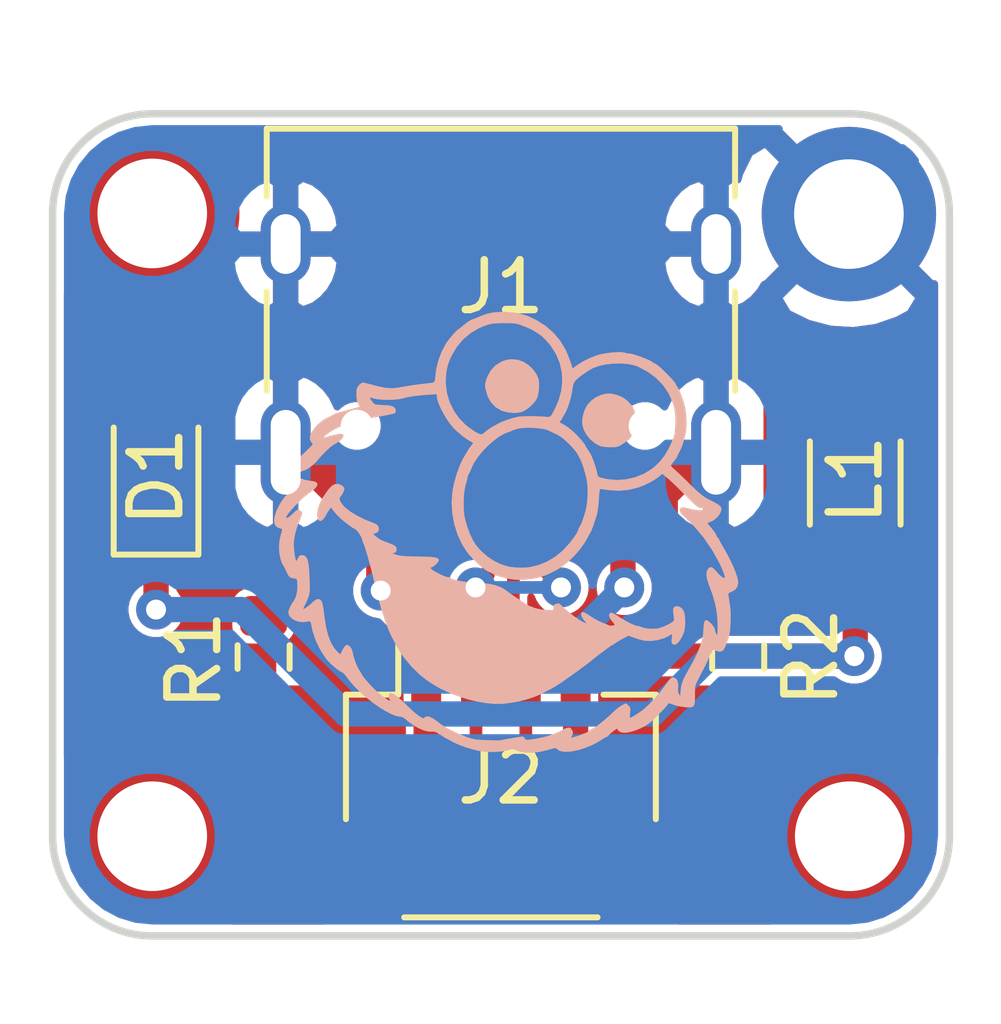
<source format=kicad_pcb>
(kicad_pcb (version 20171130) (host pcbnew "(5.1.9)-1")

  (general
    (thickness 1.6)
    (drawings 15)
    (tracks 67)
    (zones 0)
    (modules 11)
    (nets 10)
  )

  (page User 150.012 150.012)
  (title_block
    (title "Unified Daughterboard")
    (date 2020-03-22)
    (rev C3)
    (company "Designed by the keyboard community")
  )

  (layers
    (0 F.Cu signal)
    (31 B.Cu signal)
    (32 B.Adhes user)
    (33 F.Adhes user)
    (34 B.Paste user)
    (35 F.Paste user)
    (36 B.SilkS user)
    (37 F.SilkS user)
    (38 B.Mask user)
    (39 F.Mask user)
    (40 Dwgs.User user)
    (41 Cmts.User user)
    (42 Eco1.User user)
    (43 Eco2.User user)
    (44 Edge.Cuts user)
    (45 Margin user)
    (46 B.CrtYd user)
    (47 F.CrtYd user)
    (48 B.Fab user)
    (49 F.Fab user)
  )

  (setup
    (last_trace_width 0.254)
    (user_trace_width 0.1524)
    (user_trace_width 0.254)
    (user_trace_width 0.508)
    (trace_clearance 0.127)
    (zone_clearance 0.1524)
    (zone_45_only no)
    (trace_min 0.1524)
    (via_size 0.8)
    (via_drill 0.4)
    (via_min_size 0.4)
    (via_min_drill 0.3)
    (user_via 0.508 0.3048)
    (uvia_size 0.3)
    (uvia_drill 0.1)
    (uvias_allowed no)
    (uvia_min_size 0.2)
    (uvia_min_drill 0.1)
    (edge_width 0.05)
    (segment_width 0.2)
    (pcb_text_width 0.3)
    (pcb_text_size 1.5 1.5)
    (mod_edge_width 0.12)
    (mod_text_size 1 1)
    (mod_text_width 0.15)
    (pad_size 3.500001 3.500001)
    (pad_drill 2.2)
    (pad_to_mask_clearance 0)
    (aux_axis_origin 0 0)
    (grid_origin 75.0025 64.843)
    (visible_elements 7FFFFF7F)
    (pcbplotparams
      (layerselection 0x310fc_ffffffff)
      (usegerberextensions true)
      (usegerberattributes false)
      (usegerberadvancedattributes false)
      (creategerberjobfile false)
      (excludeedgelayer true)
      (linewidth 0.100000)
      (plotframeref false)
      (viasonmask false)
      (mode 1)
      (useauxorigin false)
      (hpglpennumber 1)
      (hpglpenspeed 20)
      (hpglpendiameter 15.000000)
      (psnegative false)
      (psa4output false)
      (plotreference true)
      (plotvalue true)
      (plotinvisibletext false)
      (padsonsilk false)
      (subtractmaskfromsilk true)
      (outputformat 5)
      (mirror false)
      (drillshape 2)
      (scaleselection 1)
      (outputdirectory "text"))
  )

  (net 0 "")
  (net 1 GND)
  (net 2 VCC)
  (net 3 GNDPWR)
  (net 4 "Net-(J1-PadB8)")
  (net 5 "Net-(J1-PadA5)")
  (net 6 "Net-(J1-PadB5)")
  (net 7 "Net-(J1-PadA8)")
  (net 8 D-)
  (net 9 D+)

  (net_class Default "This is the default net class."
    (clearance 0.127)
    (trace_width 0.254)
    (via_dia 0.8)
    (via_drill 0.4)
    (uvia_dia 0.3)
    (uvia_drill 0.1)
    (add_net D+)
    (add_net D-)
    (add_net "Net-(J1-PadA5)")
    (add_net "Net-(J1-PadA8)")
    (add_net "Net-(J1-PadB5)")
    (add_net "Net-(J1-PadB8)")
  )

  (net_class Power ""
    (clearance 0.1524)
    (trace_width 0.508)
    (via_dia 0.8)
    (via_drill 0.4)
    (uvia_dia 0.3)
    (uvia_drill 0.1)
    (add_net GND)
    (add_net GNDPWR)
    (add_net VCC)
  )

  (module custom_parts:Generic-Mounthole-dual (layer F.Cu) (tedit 60421CE1) (tstamp 6042A4E9)
    (at 81.9875 58.5565)
    (path /6044D5B8)
    (attr virtual)
    (fp_text reference H1 (at 0 2) (layer Dwgs.User) hide
      (effects (font (size 1 1) (thickness 0.15)))
    )
    (fp_text value MountingHole_Pad (at 0 -2) (layer Dwgs.User) hide
      (effects (font (size 1 1) (thickness 0.15)))
    )
    (pad 1 thru_hole circle (at 0 0) (size 3.5 3.5) (drill 2.2) (layers *.Cu *.Mask)
      (net 3 GNDPWR) (clearance 0.508))
  )

  (module custom_parts:Generic-Mounthole (layer F.Cu) (tedit 5E77EE52) (tstamp 60428CA4)
    (at 68.0045 71.043)
    (path /6044EBBA)
    (attr virtual)
    (fp_text reference H4 (at 0 2) (layer Dwgs.User) hide
      (effects (font (size 1 1) (thickness 0.15)))
    )
    (fp_text value MountingHole (at 0 -2) (layer Dwgs.User) hide
      (effects (font (size 1 1) (thickness 0.15)))
    )
    (pad "" np_thru_hole circle (at 0 0) (size 3.500001 3.500001) (drill 2.2) (layers F.Cu F.Mask)
      (clearance 0.508))
  )

  (module custom_parts:Generic-Mounthole (layer F.Cu) (tedit 5E77EE52) (tstamp 60428C9C)
    (at 68.0045 58.543)
    (path /6044E885)
    (attr virtual)
    (fp_text reference H3 (at 0 2) (layer Dwgs.User) hide
      (effects (font (size 1 1) (thickness 0.15)))
    )
    (fp_text value MountingHole (at 0 -2) (layer Dwgs.User) hide
      (effects (font (size 1 1) (thickness 0.15)))
    )
    (pad "" np_thru_hole circle (at 0 0) (size 3.500001 3.500001) (drill 2.2) (layers F.Cu F.Mask)
      (clearance 0.508))
  )

  (module custom_parts:Generic-Mounthole (layer F.Cu) (tedit 5E77EE52) (tstamp 60428C94)
    (at 82.0045 71.043)
    (path /6044DDEF)
    (attr virtual)
    (fp_text reference H2 (at 0 2) (layer Dwgs.User) hide
      (effects (font (size 1 1) (thickness 0.15)))
    )
    (fp_text value MountingHole (at 0 -2) (layer Dwgs.User) hide
      (effects (font (size 1 1) (thickness 0.15)))
    )
    (pad "" np_thru_hole circle (at 0 0) (size 3.500001 3.500001) (drill 2.2) (layers F.Cu F.Mask)
      (clearance 0.508))
  )

  (module Diode_SMD:D_SOD-323 (layer F.Cu) (tedit 58641739) (tstamp 604286D0)
    (at 68.081 63.8905 90)
    (descr SOD-323)
    (tags SOD-323)
    (path /60446E6F)
    (attr smd)
    (fp_text reference D1 (at 0.0635 0 90) (layer F.SilkS)
      (effects (font (size 1 1) (thickness 0.15)))
    )
    (fp_text value D_TVS (at 0.1 1.9 90) (layer F.Fab)
      (effects (font (size 1 1) (thickness 0.15)))
    )
    (fp_line (start -1.5 -0.85) (end 1.05 -0.85) (layer F.SilkS) (width 0.12))
    (fp_line (start -1.5 0.85) (end 1.05 0.85) (layer F.SilkS) (width 0.12))
    (fp_line (start -1.6 -0.95) (end -1.6 0.95) (layer F.CrtYd) (width 0.05))
    (fp_line (start -1.6 0.95) (end 1.6 0.95) (layer F.CrtYd) (width 0.05))
    (fp_line (start 1.6 -0.95) (end 1.6 0.95) (layer F.CrtYd) (width 0.05))
    (fp_line (start -1.6 -0.95) (end 1.6 -0.95) (layer F.CrtYd) (width 0.05))
    (fp_line (start -0.9 -0.7) (end 0.9 -0.7) (layer F.Fab) (width 0.1))
    (fp_line (start 0.9 -0.7) (end 0.9 0.7) (layer F.Fab) (width 0.1))
    (fp_line (start 0.9 0.7) (end -0.9 0.7) (layer F.Fab) (width 0.1))
    (fp_line (start -0.9 0.7) (end -0.9 -0.7) (layer F.Fab) (width 0.1))
    (fp_line (start -0.3 -0.35) (end -0.3 0.35) (layer F.Fab) (width 0.1))
    (fp_line (start -0.3 0) (end -0.5 0) (layer F.Fab) (width 0.1))
    (fp_line (start -0.3 0) (end 0.2 -0.35) (layer F.Fab) (width 0.1))
    (fp_line (start 0.2 -0.35) (end 0.2 0.35) (layer F.Fab) (width 0.1))
    (fp_line (start 0.2 0.35) (end -0.3 0) (layer F.Fab) (width 0.1))
    (fp_line (start 0.2 0) (end 0.45 0) (layer F.Fab) (width 0.1))
    (fp_line (start -1.5 -0.85) (end -1.5 0.85) (layer F.SilkS) (width 0.12))
    (fp_text user %R (at 0 -1.85 90) (layer F.Fab)
      (effects (font (size 1 1) (thickness 0.15)))
    )
    (pad 2 smd rect (at 1.05 0 90) (size 0.6 0.45) (layers F.Cu F.Paste F.Mask)
      (net 3 GNDPWR))
    (pad 1 smd rect (at -1.05 0 90) (size 0.6 0.45) (layers F.Cu F.Paste F.Mask)
      (net 1 GND))
    (model ${KISYS3DMOD}/Diode_SMD.3dshapes/D_SOD-323.wrl
      (at (xyz 0 0 0))
      (scale (xyz 1 1 1))
      (rotate (xyz 0 0 0))
    )
  )

  (module Connector_USB:USB_C_Receptacle_HRO_TYPE-C-31-M-12 (layer F.Cu) (tedit 60420AB0) (tstamp 60426915)
    (at 75.0025 60.2075 180)
    (descr "USB Type-C receptacle for USB 2.0 and PD, http://www.krhro.com/uploads/soft/180320/1-1P320120243.pdf")
    (tags "usb usb-c 2.0 pd")
    (path /604200C9)
    (attr smd)
    (fp_text reference J1 (at 0 0.1905) (layer F.SilkS)
      (effects (font (size 1 1) (thickness 0.15)))
    )
    (fp_text value USB_C_Receptacle_USB2.0 (at 0 5.1) (layer F.Fab)
      (effects (font (size 1 1) (thickness 0.15)))
    )
    (fp_line (start -4.701 3.3655) (end 4.699 3.3655) (layer F.SilkS) (width 0.12))
    (fp_line (start -4.47 -3.65) (end 4.47 -3.65) (layer F.Fab) (width 0.1))
    (fp_line (start -4.47 -3.65) (end -4.47 3.1115) (layer F.Fab) (width 0.1))
    (fp_line (start -4.47 3.1115) (end 4.47 3.1115) (layer F.Fab) (width 0.1))
    (fp_line (start 4.47 -3.65) (end 4.47 3.1115) (layer F.Fab) (width 0.1))
    (fp_line (start -5.32 -5.27) (end 5.32 -5.27) (layer F.CrtYd) (width 0.05))
    (fp_line (start -5.32 4.15) (end 5.32 4.15) (layer F.CrtYd) (width 0.05))
    (fp_line (start -5.32 -5.27) (end -5.32 4.15) (layer F.CrtYd) (width 0.05))
    (fp_line (start 5.32 -5.27) (end 5.32 4.15) (layer F.CrtYd) (width 0.05))
    (fp_line (start 4.7 -1.9) (end 4.7 0.1) (layer F.SilkS) (width 0.12))
    (fp_line (start 4.7 2) (end 4.7 3.3655) (layer F.SilkS) (width 0.12))
    (fp_line (start -4.7 -1.9) (end -4.7 0.1) (layer F.SilkS) (width 0.12))
    (fp_line (start -4.7 2) (end -4.701 3.3655) (layer F.SilkS) (width 0.12))
    (fp_text user %R (at 0 0) (layer F.Fab)
      (effects (font (size 1 1) (thickness 0.15)))
    )
    (pad B1 smd rect (at 3.25 -4.045 180) (size 0.6 1.45) (layers F.Cu F.Paste F.Mask)
      (net 3 GNDPWR))
    (pad A9 smd rect (at 2.45 -4.045 180) (size 0.6 1.45) (layers F.Cu F.Paste F.Mask)
      (net 2 VCC))
    (pad B9 smd rect (at -2.45 -4.045 180) (size 0.6 1.45) (layers F.Cu F.Paste F.Mask)
      (net 2 VCC))
    (pad B12 smd rect (at -3.25 -4.045 180) (size 0.6 1.45) (layers F.Cu F.Paste F.Mask)
      (net 3 GNDPWR))
    (pad A1 smd rect (at -3.25 -4.045 180) (size 0.6 1.45) (layers F.Cu F.Paste F.Mask)
      (net 3 GNDPWR))
    (pad A4 smd rect (at -2.45 -4.045 180) (size 0.6 1.45) (layers F.Cu F.Paste F.Mask)
      (net 2 VCC))
    (pad B4 smd rect (at 2.45 -4.045 180) (size 0.6 1.45) (layers F.Cu F.Paste F.Mask)
      (net 2 VCC))
    (pad A12 smd rect (at 3.25 -4.045 180) (size 0.6 1.45) (layers F.Cu F.Paste F.Mask)
      (net 3 GNDPWR))
    (pad B8 smd rect (at -1.75 -4.045 180) (size 0.3 1.45) (layers F.Cu F.Paste F.Mask)
      (net 4 "Net-(J1-PadB8)"))
    (pad A5 smd rect (at -1.25 -4.045 180) (size 0.3 1.45) (layers F.Cu F.Paste F.Mask)
      (net 5 "Net-(J1-PadA5)"))
    (pad B7 smd rect (at -0.75 -4.045 180) (size 0.3 1.45) (layers F.Cu F.Paste F.Mask)
      (net 8 D-))
    (pad A7 smd rect (at 0.25 -4.045 180) (size 0.3 1.45) (layers F.Cu F.Paste F.Mask)
      (net 8 D-))
    (pad B6 smd rect (at 0.75 -4.045 180) (size 0.3 1.45) (layers F.Cu F.Paste F.Mask)
      (net 9 D+))
    (pad A8 smd rect (at 1.25 -4.045 180) (size 0.3 1.45) (layers F.Cu F.Paste F.Mask)
      (net 7 "Net-(J1-PadA8)"))
    (pad B5 smd rect (at 1.75 -4.045 180) (size 0.3 1.45) (layers F.Cu F.Paste F.Mask)
      (net 6 "Net-(J1-PadB5)"))
    (pad A6 smd rect (at -0.25 -4.045 180) (size 0.3 1.45) (layers F.Cu F.Paste F.Mask)
      (net 9 D+))
    (pad S1 thru_hole oval (at 4.32 -3.13 180) (size 1 2.1) (drill oval 0.6 1.7) (layers *.Cu *.Mask)
      (net 3 GNDPWR))
    (pad S1 thru_hole oval (at -4.32 -3.13 180) (size 1 2.1) (drill oval 0.6 1.7) (layers *.Cu *.Mask)
      (net 3 GNDPWR))
    (pad "" np_thru_hole circle (at -2.89 -2.6 180) (size 0.65 0.65) (drill 0.65) (layers *.Cu *.Mask))
    (pad S1 thru_hole oval (at -4.32 1.05 180) (size 1 1.6) (drill oval 0.6 1.2) (layers *.Cu *.Mask)
      (net 3 GNDPWR))
    (pad "" np_thru_hole circle (at 2.89 -2.6 180) (size 0.65 0.65) (drill 0.65) (layers *.Cu *.Mask))
    (pad S1 thru_hole oval (at 4.32 1.05 180) (size 1 1.6) (drill oval 0.6 1.2) (layers *.Cu *.Mask)
      (net 3 GNDPWR))
    (model ${KISYS3DMOD}/Connector_USB.3dshapes/USB_C_Receptacle_HRO_TYPE-C-31-M-12.wrl
      (at (xyz 0 0 0))
      (scale (xyz 1 1 1))
      (rotate (xyz 0 0 0))
    )
    (model D:/elmo/Documents/keyboard_design/resources/type-c-31-m-12-1.snapshot.5/HRO_TYPE-C-31-M-12.step
      (offset (xyz -4.5 -3.5 0))
      (scale (xyz 1 1 1))
      (rotate (xyz 0 0 0))
    )
  )

  (module custom_parts:elmo (layer B.Cu) (tedit 0) (tstamp 60427ED0)
    (at 75.193 65.0335 180)
    (fp_text reference G*** (at 0 0) (layer B.SilkS) hide
      (effects (font (size 1.524 1.524) (thickness 0.3)) (justify mirror))
    )
    (fp_text value LOGO (at 0.75 0) (layer B.SilkS) hide
      (effects (font (size 1.524 1.524) (thickness 0.3)) (justify mirror))
    )
    (fp_poly (pts (xy 0.34927 4.497501) (xy 0.46631 4.471405) (xy 0.470218 4.470133) (xy 0.53989 4.445982)
      (xy 0.607354 4.420717) (xy 0.651933 4.402408) (xy 0.705119 4.38022) (xy 0.752782 4.362632)
      (xy 0.762 4.359709) (xy 0.796435 4.345676) (xy 0.837943 4.320446) (xy 0.892492 4.279955)
      (xy 0.961861 4.223626) (xy 1.007664 4.186729) (xy 1.048716 4.155566) (xy 1.060275 4.147426)
      (xy 1.089484 4.121416) (xy 1.131965 4.076132) (xy 1.180927 4.019584) (xy 1.22958 3.959782)
      (xy 1.271132 3.904737) (xy 1.291572 3.874581) (xy 1.377008 3.713291) (xy 1.443554 3.535264)
      (xy 1.487016 3.353113) (xy 1.5003 3.2467) (xy 1.505668 3.176659) (xy 1.513 3.131022)
      (xy 1.528656 3.103829) (xy 1.558997 3.089117) (xy 1.610384 3.080924) (xy 1.684866 3.073712)
      (xy 1.773281 3.063894) (xy 1.875508 3.050706) (xy 1.981919 3.035572) (xy 2.082884 3.019918)
      (xy 2.168774 3.005169) (xy 2.226733 2.993503) (xy 2.361568 2.977448) (xy 2.511297 2.986488)
      (xy 2.652875 3.015818) (xy 2.724371 3.035126) (xy 2.791045 3.052526) (xy 2.839943 3.064647)
      (xy 2.844799 3.065769) (xy 2.895907 3.078231) (xy 2.938196 3.089891) (xy 2.939568 3.090315)
      (xy 2.972163 3.089846) (xy 3.00998 3.065412) (xy 3.028468 3.047993) (xy 3.064821 3.003672)
      (xy 3.081208 2.956378) (xy 3.08483 2.915465) (xy 3.085347 2.812141) (xy 3.077376 2.735674)
      (xy 3.059983 2.679905) (xy 3.045276 2.654708) (xy 3.02437 2.623207) (xy 3.016813 2.607339)
      (xy 3.017213 2.606925) (xy 3.034808 2.602406) (xy 3.077566 2.590948) (xy 3.137989 2.57457)
      (xy 3.174999 2.564478) (xy 3.257747 2.541954) (xy 3.342364 2.519058) (xy 3.41368 2.499892)
      (xy 3.429 2.495806) (xy 3.487278 2.4781) (xy 3.534413 2.459856) (xy 3.556 2.447909)
      (xy 3.588719 2.42794) (xy 3.634982 2.406817) (xy 3.640666 2.404616) (xy 3.720266 2.364903)
      (xy 3.799467 2.308614) (xy 3.873507 2.241227) (xy 3.937627 2.168221) (xy 3.987064 2.095076)
      (xy 4.017058 2.027271) (xy 4.022848 1.970285) (xy 4.021995 1.965764) (xy 4.006206 1.922796)
      (xy 3.986711 1.89563) (xy 3.966051 1.871716) (xy 3.962399 1.861191) (xy 3.973842 1.844243)
      (xy 4.004816 1.809421) (xy 4.050292 1.762168) (xy 4.093633 1.719171) (xy 4.155103 1.660684)
      (xy 4.202843 1.620509) (xy 4.246585 1.592532) (xy 4.296057 1.570638) (xy 4.36099 1.548713)
      (xy 4.3688 1.546255) (xy 4.447614 1.518035) (xy 4.510705 1.488648) (xy 4.549594 1.462073)
      (xy 4.550833 1.460803) (xy 4.581676 1.405075) (xy 4.587558 1.335655) (xy 4.567939 1.262316)
      (xy 4.56242 1.250914) (xy 4.529705 1.196604) (xy 4.485308 1.134014) (xy 4.437757 1.074254)
      (xy 4.395584 1.028431) (xy 4.382866 1.017084) (xy 4.366233 1.002115) (xy 4.361269 0.987829)
      (xy 4.371018 0.968042) (xy 4.398527 0.936573) (xy 4.44681 0.887267) (xy 4.542505 0.777021)
      (xy 4.623451 0.656773) (xy 4.685518 0.534114) (xy 4.724579 0.416635) (xy 4.734655 0.357997)
      (xy 4.733588 0.278508) (xy 4.709994 0.222795) (xy 4.662269 0.188005) (xy 4.633957 0.178773)
      (xy 4.592597 0.165402) (xy 4.577524 0.14901) (xy 4.579764 0.127973) (xy 4.607861 0.024751)
      (xy 4.625975 -0.057435) (xy 4.63594 -0.129288) (xy 4.639591 -0.201509) (xy 4.639733 -0.221746)
      (xy 4.631768 -0.336999) (xy 4.609563 -0.445738) (xy 4.575652 -0.537554) (xy 4.553332 -0.576484)
      (xy 4.530262 -0.61576) (xy 4.501613 -0.671978) (xy 4.481401 -0.715558) (xy 4.45382 -0.771857)
      (xy 4.426261 -0.804845) (xy 4.387855 -0.822407) (xy 4.327732 -0.832427) (xy 4.318877 -0.833459)
      (xy 4.297424 -0.838172) (xy 4.284451 -0.851214) (xy 4.277195 -0.880069) (xy 4.27289 -0.932219)
      (xy 4.271333 -0.96212) (xy 4.273512 -1.058054) (xy 4.287801 -1.150851) (xy 4.311945 -1.230427)
      (xy 4.343694 -1.2867) (xy 4.343891 -1.286933) (xy 4.37849 -1.33616) (xy 4.411723 -1.397134)
      (xy 4.438054 -1.458073) (xy 4.451946 -1.507197) (xy 4.452857 -1.518792) (xy 4.436312 -1.577751)
      (xy 4.392694 -1.630031) (xy 4.328684 -1.671703) (xy 4.250964 -1.698843) (xy 4.166214 -1.707524)
      (xy 4.135329 -1.705382) (xy 4.082233 -1.69857) (xy 4.041206 -1.692388) (xy 4.030443 -1.690337)
      (xy 4.013919 -1.698314) (xy 3.999567 -1.733066) (xy 3.987816 -1.786466) (xy 3.976334 -1.845074)
      (xy 3.965711 -1.892329) (xy 3.959743 -1.913466) (xy 3.948792 -1.945301) (xy 3.933353 -1.992911)
      (xy 3.929037 -2.006599) (xy 3.888339 -2.112204) (xy 3.830887 -2.229121) (xy 3.763738 -2.344582)
      (xy 3.69395 -2.445816) (xy 3.669155 -2.476775) (xy 3.617617 -2.531749) (xy 3.555042 -2.589433)
      (xy 3.489468 -2.643313) (xy 3.428929 -2.686874) (xy 3.381463 -2.713604) (xy 3.37311 -2.716728)
      (xy 3.345346 -2.736126) (xy 3.308763 -2.775224) (xy 3.278079 -2.81595) (xy 3.198963 -2.919636)
      (xy 3.102359 -3.026226) (xy 2.992546 -3.132576) (xy 2.873805 -3.235546) (xy 2.750414 -3.331992)
      (xy 2.626652 -3.418773) (xy 2.5068 -3.492746) (xy 2.395137 -3.550769) (xy 2.295942 -3.589701)
      (xy 2.213494 -3.606398) (xy 2.200991 -3.6068) (xy 2.156464 -3.618472) (xy 2.114742 -3.646096)
      (xy 2.032718 -3.71644) (xy 1.939997 -3.780514) (xy 1.843448 -3.834898) (xy 1.749939 -3.876169)
      (xy 1.666337 -3.900908) (xy 1.59951 -3.905693) (xy 1.594831 -3.905071) (xy 1.543233 -3.9039)
      (xy 1.48965 -3.918793) (xy 1.426161 -3.952773) (xy 1.369331 -3.991135) (xy 1.324511 -4.021636)
      (xy 1.290775 -4.041951) (xy 1.278413 -4.047066) (xy 1.258487 -4.055152) (xy 1.218586 -4.076286)
      (xy 1.170615 -4.103971) (xy 1.0907 -4.14464) (xy 0.986366 -4.187332) (xy 0.866662 -4.228894)
      (xy 0.740635 -4.266173) (xy 0.622764 -4.294864) (xy 0.519295 -4.309571) (xy 0.398524 -4.315097)
      (xy 0.27246 -4.31183) (xy 0.153114 -4.300159) (xy 0.052495 -4.280474) (xy 0.036524 -4.275872)
      (xy -0.016797 -4.260691) (xy -0.053096 -4.256961) (xy -0.08755 -4.265625) (xy -0.13281 -4.286399)
      (xy -0.212801 -4.312621) (xy -0.315086 -4.327063) (xy -0.430023 -4.329212) (xy -0.547969 -4.318555)
      (xy -0.592667 -4.310824) (xy -0.672977 -4.29319) (xy -0.760269 -4.271566) (xy -0.808847 -4.258279)
      (xy -0.867093 -4.242437) (xy -0.901947 -4.236817) (xy -0.922207 -4.241125) (xy -0.935847 -4.25401)
      (xy -0.984235 -4.289193) (xy -1.056862 -4.307673) (xy -1.149084 -4.310436) (xy -1.256262 -4.298469)
      (xy -1.373752 -4.272759) (xy -1.496914 -4.234292) (xy -1.621105 -4.184055) (xy -1.741685 -4.123034)
      (xy -1.840318 -4.061752) (xy -1.8843 -4.033765) (xy -1.91799 -4.01622) (xy -1.928377 -4.0132)
      (xy -1.952088 -4.000735) (xy -1.959192 -3.992033) (xy -1.982129 -3.965463) (xy -2.018503 -3.932426)
      (xy -2.060893 -3.898481) (xy -2.101879 -3.869188) (xy -2.134038 -3.850106) (xy -2.14995 -3.846793)
      (xy -2.150534 -3.8487) (xy -2.166067 -3.887319) (xy -2.209366 -3.914542) (xy -2.275475 -3.927716)
      (xy -2.299647 -3.928533) (xy -2.384808 -3.918288) (xy -2.486185 -3.890058) (xy -2.594028 -3.847598)
      (xy -2.698588 -3.794665) (xy -2.777067 -3.744625) (xy -2.814868 -3.713912) (xy -2.865493 -3.667914)
      (xy -2.92401 -3.611693) (xy -2.985483 -3.550313) (xy -3.04498 -3.488836) (xy -3.097565 -3.432326)
      (xy -3.138304 -3.385847) (xy -3.162265 -3.35446) (xy -3.166534 -3.344975) (xy -3.176166 -3.336156)
      (xy -3.207664 -3.341793) (xy -3.264932 -3.362619) (xy -3.268587 -3.364091) (xy -3.377073 -3.396408)
      (xy -3.502931 -3.414621) (xy -3.51019 -3.41516) (xy -3.583254 -3.419151) (xy -3.63465 -3.415912)
      (xy -3.668189 -3.400653) (xy -3.687678 -3.368585) (xy -3.696927 -3.31492) (xy -3.699745 -3.234867)
      (xy -3.699934 -3.176593) (xy -3.700628 -3.091526) (xy -3.703768 -3.030999) (xy -3.710938 -2.985697)
      (xy -3.723724 -2.946304) (xy -3.74371 -2.903506) (xy -3.747743 -2.895599) (xy -3.778223 -2.835887)
      (xy -3.806314 -2.780297) (xy -3.82059 -2.751666) (xy -3.842805 -2.708284) (xy -3.860979 -2.675466)
      (xy -3.885292 -2.631075) (xy -3.914915 -2.571249) (xy -3.944949 -2.506622) (xy -3.970492 -2.447826)
      (xy -3.986646 -2.405494) (xy -3.988798 -2.398121) (xy -4.005954 -2.357489) (xy -4.023329 -2.335421)
      (xy -4.043876 -2.307188) (xy -4.047067 -2.293392) (xy -4.0583 -2.264985) (xy -4.087594 -2.26134)
      (xy -4.118539 -2.276552) (xy -4.173142 -2.299431) (xy -4.228504 -2.298153) (xy -4.272095 -2.273013)
      (xy -4.272145 -2.272958) (xy -4.289595 -2.244172) (xy -4.313588 -2.192204) (xy -4.340126 -2.126058)
      (xy -4.352706 -2.091595) (xy -4.375587 -2.023068) (xy -4.391498 -1.963266) (xy -4.402089 -1.90209)
      (xy -4.409008 -1.82944) (xy -4.413906 -1.735214) (xy -4.414863 -1.710937) (xy -4.417494 -1.579697)
      (xy -4.413902 -1.470282) (xy -4.403529 -1.371127) (xy -4.396194 -1.325025) (xy -4.38418 -1.253903)
      (xy -4.374846 -1.194031) (xy -4.369532 -1.154233) (xy -4.3688 -1.144599) (xy -4.383524 -1.125534)
      (xy -4.420725 -1.105319) (xy -4.440767 -1.09804) (xy -4.508262 -1.060818) (xy -4.551532 -1.001646)
      (xy -4.568216 -0.924442) (xy -4.566877 -0.889) (xy -4.55206 -0.818046) (xy -4.312472 -0.818046)
      (xy -4.311576 -0.824869) (xy -4.285424 -0.82894) (xy -4.245139 -0.809106) (xy -4.196199 -0.76907)
      (xy -4.144079 -0.71254) (xy -4.142247 -0.710286) (xy -4.089005 -0.650295) (xy -4.047381 -0.618475)
      (xy -4.013195 -0.613043) (xy -3.982267 -0.632215) (xy -3.975766 -0.639233) (xy -3.946426 -0.691447)
      (xy -3.938001 -0.758889) (xy -3.950687 -0.844923) (xy -3.984683 -0.952916) (xy -3.9959 -0.982133)
      (xy -4.059639 -1.155329) (xy -4.105959 -1.310471) (xy -4.137104 -1.457078) (xy -4.15532 -1.604669)
      (xy -4.160107 -1.678192) (xy -4.163101 -1.764461) (xy -4.163617 -1.842527) (xy -4.161741 -1.903925)
      (xy -4.157559 -1.940188) (xy -4.157437 -1.940659) (xy -4.144376 -1.989666) (xy -4.121885 -1.938866)
      (xy -4.105566 -1.892019) (xy -4.098631 -1.853377) (xy -4.086966 -1.82267) (xy -4.057679 -1.77988)
      (xy -4.029505 -1.747544) (xy -3.977077 -1.698814) (xy -3.93789 -1.677565) (xy -3.910231 -1.68507)
      (xy -3.892389 -1.722603) (xy -3.882649 -1.791437) (xy -3.879736 -1.858918) (xy -3.870803 -1.969341)
      (xy -3.847424 -2.083992) (xy -3.808008 -2.207185) (xy -3.750966 -2.343231) (xy -3.674708 -2.496442)
      (xy -3.584908 -2.658533) (xy -3.523885 -2.768472) (xy -3.479874 -2.858106) (xy -3.450104 -2.934619)
      (xy -3.431805 -3.005196) (xy -3.422207 -3.077021) (xy -3.421864 -3.081318) (xy -3.412067 -3.20777)
      (xy -3.381883 -3.161506) (xy -3.362634 -3.119371) (xy -3.359036 -3.068279) (xy -3.362427 -3.034372)
      (xy -3.364281 -2.954375) (xy -3.348739 -2.889584) (xy -3.318262 -2.845586) (xy -3.275312 -2.827969)
      (xy -3.271428 -2.827866) (xy -3.242046 -2.832488) (xy -3.214356 -2.850194) (xy -3.18154 -2.886744)
      (xy -3.147797 -2.932326) (xy -3.024496 -3.096576) (xy -2.90119 -3.243857) (xy -2.781606 -3.370106)
      (xy -2.669471 -3.471258) (xy -2.6162 -3.511981) (xy -2.557225 -3.551903) (xy -2.497225 -3.589218)
      (xy -2.444225 -3.619275) (xy -2.406253 -3.637426) (xy -2.394103 -3.640666) (xy -2.392801 -3.62532)
      (xy -2.394567 -3.585281) (xy -2.398536 -3.534833) (xy -2.402731 -3.475415) (xy -2.399953 -3.438395)
      (xy -2.387523 -3.412574) (xy -2.36318 -3.387147) (xy -2.318163 -3.345295) (xy -2.238652 -3.387147)
      (xy -2.183292 -3.422437) (xy -2.120915 -3.471219) (xy -2.075903 -3.512405) (xy -2.011854 -3.573738)
      (xy -1.938959 -3.639013) (xy -1.863716 -3.702879) (xy -1.792621 -3.759984) (xy -1.73217 -3.804974)
      (xy -1.68886 -3.832498) (xy -1.685106 -3.83438) (xy -1.637159 -3.861153) (xy -1.584609 -3.895702)
      (xy -1.575744 -3.902148) (xy -1.536379 -3.928933) (xy -1.507616 -3.94415) (xy -1.502103 -3.945466)
      (xy -1.477581 -3.952175) (xy -1.438136 -3.96855) (xy -1.433426 -3.970754) (xy -1.384457 -3.990279)
      (xy -1.322006 -4.010558) (xy -1.293815 -4.018387) (xy -1.207562 -4.040732) (xy -1.23021 -3.997332)
      (xy -1.249911 -3.948186) (xy -1.24681 -3.908086) (xy -1.225194 -3.867868) (xy -1.199088 -3.838467)
      (xy -1.166712 -3.833032) (xy -1.145209 -3.836774) (xy -1.095865 -3.853762) (xy -1.041842 -3.880756)
      (xy -1.033383 -3.885902) (xy -0.984037 -3.91368) (xy -0.9385 -3.934122) (xy -0.931334 -3.936543)
      (xy -0.88969 -3.951521) (xy -0.835438 -3.973731) (xy -0.815164 -3.982625) (xy -0.770492 -3.997855)
      (xy -0.701682 -4.015843) (xy -0.618139 -4.034693) (xy -0.52927 -4.052509) (xy -0.444482 -4.067395)
      (xy -0.373181 -4.077457) (xy -0.327942 -4.080821) (xy -0.293636 -4.06666) (xy -0.282961 -4.047066)
      (xy -0.263428 -4.019515) (xy -0.244767 -4.0132) (xy -0.218499 -4.015839) (xy -0.168695 -4.022899)
      (xy -0.103032 -4.033092) (xy -0.029186 -4.045133) (xy 0.045167 -4.057734) (xy 0.11235 -4.069608)
      (xy 0.164689 -4.079469) (xy 0.194506 -4.086029) (xy 0.198485 -4.087507) (xy 0.217006 -4.089503)
      (xy 0.262036 -4.089984) (xy 0.326263 -4.089178) (xy 0.402375 -4.087312) (xy 0.483059 -4.084614)
      (xy 0.561003 -4.081309) (xy 0.628895 -4.077625) (xy 0.679422 -4.073789) (xy 0.694266 -4.072112)
      (xy 0.78181 -4.05288) (xy 0.888782 -4.018096) (xy 1.006947 -3.971547) (xy 1.128067 -3.917018)
      (xy 1.243906 -3.858292) (xy 1.346228 -3.799155) (xy 1.426795 -3.743393) (xy 1.447799 -3.725847)
      (xy 1.502441 -3.683592) (xy 1.563769 -3.645863) (xy 1.621264 -3.618379) (xy 1.664408 -3.60686)
      (xy 1.666755 -3.6068) (xy 1.704926 -3.616994) (xy 1.723951 -3.63426) (xy 1.735671 -3.647048)
      (xy 1.754547 -3.646271) (xy 1.787823 -3.629808) (xy 1.831482 -3.602763) (xy 1.879533 -3.567464)
      (xy 1.942714 -3.514618) (xy 2.012907 -3.451304) (xy 2.081993 -3.384599) (xy 2.083656 -3.382928)
      (xy 2.186326 -3.283743) (xy 2.272079 -3.209501) (xy 2.340065 -3.160835) (xy 2.389435 -3.138375)
      (xy 2.41258 -3.138629) (xy 2.431417 -3.161518) (xy 2.43795 -3.201108) (xy 2.431484 -3.242288)
      (xy 2.418362 -3.264464) (xy 2.405904 -3.286486) (xy 2.408046 -3.294223) (xy 2.428518 -3.292362)
      (xy 2.468434 -3.271639) (xy 2.522258 -3.23606) (xy 2.584452 -3.18963) (xy 2.649479 -3.136355)
      (xy 2.711802 -3.080239) (xy 2.734682 -3.057947) (xy 2.793512 -2.997273) (xy 2.851438 -2.934377)
      (xy 2.90375 -2.874749) (xy 2.945737 -2.823881) (xy 2.972689 -2.787263) (xy 2.980266 -2.771685)
      (xy 2.988976 -2.754385) (xy 3.011554 -2.717878) (xy 3.036104 -2.680561) (xy 3.076711 -2.606721)
      (xy 3.116041 -2.511598) (xy 3.149578 -2.407622) (xy 3.172809 -2.307221) (xy 3.173806 -2.301408)
      (xy 3.193108 -2.247551) (xy 3.225665 -2.201478) (xy 3.22682 -2.200374) (xy 3.262173 -2.175779)
      (xy 3.293471 -2.176307) (xy 3.324776 -2.204257) (xy 3.36015 -2.261928) (xy 3.370255 -2.281559)
      (xy 3.413111 -2.366835) (xy 3.454922 -2.33027) (xy 3.537324 -2.239269) (xy 3.606345 -2.121538)
      (xy 3.662442 -1.975849) (xy 3.706067 -1.800977) (xy 3.737675 -1.595693) (xy 3.742178 -1.554896)
      (xy 3.752507 -1.471819) (xy 3.764918 -1.39593) (xy 3.777687 -1.336755) (xy 3.786887 -1.3081)
      (xy 3.819423 -1.264173) (xy 3.862208 -1.251862) (xy 3.913461 -1.271122) (xy 3.962397 -1.31233)
      (xy 4.01032 -1.357527) (xy 4.061209 -1.398849) (xy 4.107953 -1.431307) (xy 4.143443 -1.44991)
      (xy 4.159733 -1.450843) (xy 4.159218 -1.430833) (xy 4.144487 -1.401167) (xy 4.125373 -1.3659)
      (xy 4.099721 -1.31075) (xy 4.073003 -1.247499) (xy 4.072384 -1.245953) (xy 4.055532 -1.202722)
      (xy 4.043523 -1.165966) (xy 4.035732 -1.129019) (xy 4.031536 -1.085213) (xy 4.030314 -1.027881)
      (xy 4.03144 -0.950355) (xy 4.034294 -0.845968) (xy 4.034464 -0.840148) (xy 4.04066 -0.69668)
      (xy 4.050552 -0.583895) (xy 4.065139 -0.498719) (xy 4.085417 -0.438075) (xy 4.112382 -0.398888)
      (xy 4.147032 -0.378083) (xy 4.186021 -0.372533) (xy 4.22237 -0.378886) (xy 4.246517 -0.404019)
      (xy 4.259824 -0.4318) (xy 4.279281 -0.470039) (xy 4.296305 -0.49016) (xy 4.299235 -0.491066)
      (xy 4.309089 -0.475455) (xy 4.320006 -0.433766) (xy 4.33084 -0.373714) (xy 4.340442 -0.303017)
      (xy 4.347664 -0.229391) (xy 4.351359 -0.160551) (xy 4.351606 -0.139008) (xy 4.342517 -0.034134)
      (xy 4.31774 0.087063) (xy 4.280266 0.212657) (xy 4.234745 0.327117) (xy 4.201929 0.404465)
      (xy 4.18635 0.458403) (xy 4.187476 0.49435) (xy 4.204772 0.517725) (xy 4.215286 0.524338)
      (xy 4.244929 0.537309) (xy 4.270619 0.53742) (xy 4.300036 0.521348) (xy 4.34086 0.485769)
      (xy 4.370429 0.4572) (xy 4.427864 0.405825) (xy 4.47083 0.377596) (xy 4.49699 0.373685)
      (xy 4.504266 0.390153) (xy 4.49216 0.422292) (xy 4.458821 0.471717) (xy 4.408724 0.533663)
      (xy 4.34634 0.603365) (xy 4.276143 0.676059) (xy 4.202603 0.746978) (xy 4.130195 0.811359)
      (xy 4.06339 0.864436) (xy 4.050224 0.873887) (xy 3.969998 0.933361) (xy 3.916747 0.980996)
      (xy 3.887204 1.020199) (xy 3.878109 1.053505) (xy 3.886834 1.080402) (xy 3.916746 1.100039)
      (xy 3.972239 1.114264) (xy 4.045017 1.123702) (xy 4.136575 1.141272) (xy 4.213393 1.172389)
      (xy 4.267904 1.213502) (xy 4.284026 1.235934) (xy 4.289313 1.256636) (xy 4.275466 1.274661)
      (xy 4.236739 1.296424) (xy 4.224729 1.302153) (xy 4.17812 1.322855) (xy 4.144287 1.335685)
      (xy 4.135366 1.337734) (xy 4.104756 1.348461) (xy 4.057995 1.376546) (xy 4.003313 1.415843)
      (xy 3.948943 1.460205) (xy 3.903116 1.503486) (xy 3.883759 1.525591) (xy 3.824927 1.595928)
      (xy 3.757404 1.66889) (xy 3.687682 1.738188) (xy 3.622254 1.797536) (xy 3.567611 1.840645)
      (xy 3.542294 1.856309) (xy 3.46333 1.902039) (xy 3.403656 1.947876) (xy 3.36588 1.99055)
      (xy 3.352608 2.026791) (xy 3.366448 2.053328) (xy 3.379631 2.060293) (xy 3.412988 2.062279)
      (xy 3.47075 2.054943) (xy 3.545218 2.03974) (xy 3.62869 2.018126) (xy 3.673171 2.004812)
      (xy 3.71867 1.99207) (xy 3.748507 1.98663) (xy 3.754052 1.987342) (xy 3.746054 2.000931)
      (xy 3.719055 2.029499) (xy 3.692636 2.054329) (xy 3.625148 2.104764) (xy 3.53492 2.157505)
      (xy 3.432268 2.207487) (xy 3.327508 2.249645) (xy 3.239431 2.276843) (xy 3.176656 2.29385)
      (xy 3.123816 2.310335) (xy 3.092947 2.322464) (xy 3.076586 2.329445) (xy 3.050667 2.337253)
      (xy 3.011551 2.346626) (xy 2.9556 2.358304) (xy 2.879174 2.373027) (xy 2.778635 2.391533)
      (xy 2.650343 2.414564) (xy 2.566817 2.429395) (xy 2.480793 2.445488) (xy 2.40657 2.460992)
      (xy 2.350635 2.474429) (xy 2.319476 2.484322) (xy 2.315727 2.486567) (xy 2.30615 2.51339)
      (xy 2.305842 2.549233) (xy 2.322676 2.587646) (xy 2.364391 2.614956) (xy 2.433435 2.632032)
      (xy 2.532254 2.639742) (xy 2.562279 2.640312) (xy 2.629772 2.643004) (xy 2.686895 2.648936)
      (xy 2.722784 2.656914) (xy 2.725866 2.65832) (xy 2.750744 2.680183) (xy 2.781525 2.717475)
      (xy 2.809582 2.758331) (xy 2.826289 2.790888) (xy 2.827866 2.798575) (xy 2.813465 2.799071)
      (xy 2.776626 2.790446) (xy 2.747433 2.781635) (xy 2.677376 2.766621) (xy 2.584308 2.757175)
      (xy 2.478625 2.753305) (xy 2.370724 2.75502) (xy 2.271 2.762328) (xy 2.189851 2.775238)
      (xy 2.167466 2.781172) (xy 2.063441 2.806727) (xy 1.931005 2.828622) (xy 1.775486 2.846099)
      (xy 1.638299 2.856376) (xy 1.473199 2.866262) (xy 1.473199 2.822007) (xy 1.46301 2.75734)
      (xy 1.434852 2.673339) (xy 1.392339 2.576765) (xy 1.339088 2.474381) (xy 1.278713 2.37295)
      (xy 1.214829 2.279235) (xy 1.15105 2.199999) (xy 1.127164 2.17466) (xy 1.055616 2.107653)
      (xy 0.976278 2.041033) (xy 0.898597 1.982239) (xy 0.832022 1.938711) (xy 0.817033 1.930467)
      (xy 0.774946 1.906412) (xy 0.749031 1.887341) (xy 0.745066 1.881484) (xy 0.755158 1.862699)
      (xy 0.780652 1.828723) (xy 0.795178 1.811228) (xy 0.825413 1.773607) (xy 0.843639 1.746605)
      (xy 0.845978 1.740652) (xy 0.855149 1.72056) (xy 0.8775 1.683726) (xy 0.889885 1.665018)
      (xy 0.955936 1.551399) (xy 1.01864 1.413013) (xy 1.074748 1.258961) (xy 1.121012 1.098341)
      (xy 1.154184 0.940256) (xy 1.158605 0.912162) (xy 1.175063 0.698039) (xy 1.163155 0.479499)
      (xy 1.124351 0.262941) (xy 1.060125 0.054764) (xy 0.971949 -0.138633) (xy 0.884448 -0.2794)
      (xy 0.821585 -0.359819) (xy 0.747255 -0.442493) (xy 0.667192 -0.522178) (xy 0.587133 -0.593629)
      (xy 0.512809 -0.651604) (xy 0.449957 -0.690858) (xy 0.42135 -0.70288) (xy 0.378712 -0.721754)
      (xy 0.355512 -0.737475) (xy 0.319017 -0.757774) (xy 0.256983 -0.780528) (xy 0.177438 -0.803701)
      (xy 0.08841 -0.825255) (xy -0.002073 -0.843154) (xy -0.085983 -0.855361) (xy -0.121957 -0.858626)
      (xy -0.279417 -0.858885) (xy -0.443826 -0.841164) (xy -0.597499 -0.807502) (xy -0.618067 -0.801349)
      (xy -0.706217 -0.768489) (xy -0.808934 -0.721879) (xy -0.913559 -0.667911) (xy -1.007431 -0.612975)
      (xy -1.056073 -0.580223) (xy -1.170514 -0.486466) (xy -1.284559 -0.374116) (xy -1.39022 -0.252204)
      (xy -1.479507 -0.129763) (xy -1.53032 -0.044163) (xy -1.561377 0.014) (xy -1.587643 0.061378)
      (xy -1.604183 0.089107) (xy -1.605729 0.091304) (xy -1.619981 0.119336) (xy -1.640978 0.171658)
      (xy -1.66586 0.240086) (xy -1.691763 0.316435) (xy -1.715826 0.39252) (xy -1.735186 0.460155)
      (xy -1.736631 0.465667) (xy -1.748398 0.525299) (xy -1.759524 0.606824) (xy -1.768558 0.698278)
      (xy -1.773089 0.766234) (xy -1.779391 0.860041) (xy -1.787209 0.925139) (xy -1.789669 0.934494)
      (xy -1.554529 0.934494) (xy -1.552387 0.806504) (xy -1.542496 0.681289) (xy -1.52518 0.570683)
      (xy -1.517473 0.537797) (xy -1.492805 0.451042) (xy -1.465176 0.366122) (xy -1.437466 0.29089)
      (xy -1.412557 0.233194) (xy -1.394188 0.201867) (xy -1.375338 0.16961) (xy -1.371601 0.153066)
      (xy -1.362134 0.1228) (xy -1.337306 0.075046) (xy -1.302472 0.019106) (xy -1.262988 -0.035719)
      (xy -1.262638 -0.036167) (xy -1.229908 -0.077833) (xy -1.190021 -0.128471) (xy -1.176867 -0.14514)
      (xy -1.04695 -0.285785) (xy -0.897771 -0.405588) (xy -0.73444 -0.501922) (xy -0.562064 -0.572156)
      (xy -0.385753 -0.613662) (xy -0.245534 -0.624416) (xy -0.157854 -0.621956) (xy -0.065283 -0.615147)
      (xy 0.014344 -0.605365) (xy 0.0254 -0.603489) (xy 0.173282 -0.561766) (xy 0.322013 -0.491693)
      (xy 0.464484 -0.39784) (xy 0.593589 -0.284777) (xy 0.686337 -0.178525) (xy 0.757967 -0.065874)
      (xy 0.823439 0.073902) (xy 0.880035 0.234235) (xy 0.920025 0.385733) (xy 0.934038 0.477017)
      (xy 0.941135 0.58807) (xy 0.941618 0.708841) (xy 0.935786 0.829275) (xy 0.92394 0.939319)
      (xy 0.90638 1.02892) (xy 0.900189 1.049867) (xy 0.881636 1.11114) (xy 0.868517 1.16359)
      (xy 0.863818 1.194266) (xy 0.854082 1.234503) (xy 0.837661 1.265631) (xy 0.815186 1.305795)
      (xy 0.792152 1.35869) (xy 0.787529 1.371235) (xy 0.738073 1.477436) (xy 0.66455 1.590821)
      (xy 0.572603 1.705755) (xy 0.467877 1.816602) (xy 0.356016 1.917726) (xy 0.242666 2.003491)
      (xy 0.133469 2.068262) (xy 0.058099 2.099542) (xy -0.000198 2.120579) (xy -0.065358 2.147277)
      (xy -0.084667 2.155888) (xy -0.148289 2.174866) (xy -0.235282 2.186875) (xy -0.337366 2.192199)
      (xy -0.446256 2.191124) (xy -0.553672 2.183934) (xy -0.651331 2.170913) (xy -0.730951 2.152348)
      (xy -0.778934 2.132011) (xy -0.816605 2.112021) (xy -0.829734 2.106238) (xy -0.936398 2.057277)
      (xy -1.029131 1.999592) (xy -1.119662 1.925193) (xy -1.178088 1.868921) (xy -1.236961 1.807063)
      (xy -1.28964 1.746887) (xy -1.329537 1.696195) (xy -1.347546 1.668256) (xy -1.376776 1.612242)
      (xy -1.405555 1.557964) (xy -1.408794 1.551936) (xy -1.436407 1.489631) (xy -1.467026 1.4019)
      (xy -1.498147 1.296736) (xy -1.527266 1.182129) (xy -1.534268 1.151467) (xy -1.548597 1.053426)
      (xy -1.554529 0.934494) (xy -1.789669 0.934494) (xy -1.796252 0.959517) (xy -1.801752 0.9646)
      (xy -1.826007 0.961915) (xy -1.874886 0.955259) (xy -1.939547 0.945856) (xy -1.968443 0.941511)
      (xy -2.171472 0.92752) (xy -2.37519 0.946004) (xy -2.573693 0.996222) (xy -2.658534 1.028461)
      (xy -2.801416 1.095637) (xy -2.919023 1.165407) (xy -2.973624 1.205942) (xy -3.050337 1.268884)
      (xy -3.163469 1.174626) (xy -3.211715 1.132035) (xy -3.277301 1.070737) (xy -3.354202 0.996542)
      (xy -3.436393 0.915259) (xy -3.515371 0.835246) (xy -3.597669 0.75124) (xy -3.660658 0.688559)
      (xy -3.708311 0.643934) (xy -3.744601 0.614096) (xy -3.773501 0.595777) (xy -3.798985 0.585706)
      (xy -3.824817 0.580643) (xy -3.878741 0.569836) (xy -3.90153 0.55704) (xy -3.892306 0.543857)
      (xy -3.85151 0.532129) (xy -3.787745 0.529118) (xy -3.702198 0.537856) (xy -3.604325 0.55702)
      (xy -3.528959 0.577305) (xy -3.464125 0.590236) (xy -3.423757 0.581431) (xy -3.405677 0.550061)
      (xy -3.404208 0.529699) (xy -3.414069 0.491575) (xy -3.445856 0.449574) (xy -3.482853 0.414867)
      (xy -3.694886 0.209297) (xy -3.889101 -0.02309) (xy -4.062892 -0.278852) (xy -4.207451 -0.541866)
      (xy -4.236328 -0.6044) (xy -4.264109 -0.671004) (xy -4.287953 -0.733959) (xy -4.305021 -0.785546)
      (xy -4.312472 -0.818046) (xy -4.55206 -0.818046) (xy -4.551999 -0.817754) (xy -4.520977 -0.723923)
      (xy -4.476299 -0.613203) (xy -4.420455 -0.491288) (xy -4.355933 -0.363873) (xy -4.285222 -0.236652)
      (xy -4.271746 -0.213736) (xy -4.2346 -0.149982) (xy -4.205026 -0.097016) (xy -4.1867 -0.061557)
      (xy -4.182534 -0.050709) (xy -4.171042 -0.030562) (xy -4.157134 -0.016933) (xy -4.135604 0.012137)
      (xy -4.131734 0.027925) (xy -4.121505 0.051094) (xy -4.094218 0.092401) (xy -4.054973 0.144371)
      (xy -4.037993 0.16535) (xy -3.944253 0.278996) (xy -3.991427 0.294367) (xy -4.070594 0.33164)
      (xy -4.139738 0.385382) (xy -4.193053 0.448876) (xy -4.224732 0.515404) (xy -4.230169 0.570548)
      (xy -4.22181 0.595317) (xy -4.200042 0.620753) (xy -4.160747 0.649751) (xy -4.099804 0.685203)
      (xy -4.013094 0.730004) (xy -3.979334 0.746737) (xy -3.916711 0.781353) (xy -3.852247 0.825507)
      (xy -3.781158 0.883121) (xy -3.698663 0.95812) (xy -3.59998 1.054424) (xy -3.580764 1.073686)
      (xy -3.509314 1.144494) (xy -3.436496 1.214878) (xy -3.370327 1.277197) (xy -3.318823 1.323806)
      (xy -3.314064 1.327933) (xy -3.26753 1.370154) (xy -3.233249 1.405321) (xy -3.217663 1.426742)
      (xy -3.217334 1.428443) (xy -3.227539 1.449585) (xy -3.254075 1.487278) (xy -3.285067 1.525949)
      (xy -3.320891 1.572137) (xy -3.345442 1.610874) (xy -3.352801 1.630588) (xy -3.362411 1.661049)
      (xy -3.383205 1.695284) (xy -3.406739 1.737566) (xy -3.434334 1.803954) (xy -3.462971 1.885435)
      (xy -3.489634 1.972997) (xy -3.511305 2.057627) (xy -3.521606 2.108647) (xy -3.532139 2.216592)
      (xy -3.531722 2.343657) (xy -3.530408 2.35999) (xy -3.316871 2.35999) (xy -3.314817 2.261817)
      (xy -3.309911 2.167741) (xy -3.302975 2.097123) (xy -3.292112 2.039556) (xy -3.275431 1.984631)
      (xy -3.254507 1.9304) (xy -3.176903 1.761029) (xy -3.092308 1.619247) (xy -2.99617 1.498863)
      (xy -2.883936 1.393688) (xy -2.827867 1.35033) (xy -2.674853 1.258259) (xy -2.504068 1.190798)
      (xy -2.322594 1.149553) (xy -2.137516 1.136131) (xy -1.955915 1.152138) (xy -1.954677 1.152357)
      (xy -1.864623 1.169872) (xy -1.803415 1.186195) (xy -1.766194 1.203449) (xy -1.748103 1.223757)
      (xy -1.744134 1.244387) (xy -1.738375 1.28152) (xy -1.723061 1.341063) (xy -1.701138 1.413947)
      (xy -1.67555 1.491105) (xy -1.649243 1.563472) (xy -1.625163 1.62198) (xy -1.614128 1.64461)
      (xy -1.58153 1.700146) (xy -1.545823 1.754365) (xy -1.545167 1.755285) (xy -1.520624 1.792624)
      (xy -1.507669 1.818137) (xy -1.507067 1.821204) (xy -1.496276 1.842301) (xy -1.467428 1.881545)
      (xy -1.425813 1.932547) (xy -1.376717 1.988919) (xy -1.325431 2.044271) (xy -1.305595 2.064587)
      (xy -1.233465 2.131071) (xy -1.155773 2.192698) (xy -1.082193 2.242286) (xy -1.028701 2.270188)
      (xy -0.991181 2.290818) (xy -0.985487 2.311902) (xy -1.007534 2.3368) (xy -1.028852 2.361817)
      (xy -1.032934 2.37387) (xy -1.042261 2.396674) (xy -1.065417 2.433351) (xy -1.072932 2.443764)
      (xy -1.107411 2.503092) (xy -1.143463 2.586945) (xy -1.178085 2.686288) (xy -1.208273 2.792089)
      (xy -1.231022 2.895317) (xy -1.238432 2.941409) (xy -1.2503 3.017638) (xy -1.26306 3.06968)
      (xy -1.280098 3.107122) (xy -1.289819 3.119887) (xy -1.045365 3.119887) (xy -1.023836 2.927332)
      (xy -0.970464 2.73342) (xy -0.885221 2.540263) (xy -0.832016 2.446867) (xy -0.800332 2.409675)
      (xy -0.764388 2.40033) (xy -0.760267 2.400702) (xy -0.67534 2.408197) (xy -0.576128 2.413502)
      (xy -0.470781 2.41655) (xy -0.367448 2.417273) (xy -0.27428 2.415607) (xy -0.199425 2.411483)
      (xy -0.154585 2.405645) (xy -0.036253 2.376131) (xy 0.079023 2.339597) (xy 0.179961 2.299901)
      (xy 0.237066 2.27173) (xy 0.288486 2.243143) (xy 0.332564 2.218954) (xy 0.347371 2.210977)
      (xy 0.399978 2.179216) (xy 0.458789 2.138258) (xy 0.509832 2.098149) (xy 0.529826 2.079793)
      (xy 0.557004 2.058269) (xy 0.586831 2.051818) (xy 0.626056 2.061739) (xy 0.681426 2.089331)
      (xy 0.731269 2.118562) (xy 0.890795 2.233775) (xy 1.026876 2.370911) (xy 1.137658 2.526502)
      (xy 1.221289 2.697085) (xy 1.275914 2.879193) (xy 1.299683 3.069361) (xy 1.298723 3.179864)
      (xy 1.289013 3.298628) (xy 1.272883 3.396799) (xy 1.246863 3.48752) (xy 1.207484 3.583935)
      (xy 1.173038 3.655968) (xy 1.071472 3.82393) (xy 0.944968 3.971283) (xy 0.796849 4.095105)
      (xy 0.630437 4.192473) (xy 0.505082 4.243247) (xy 0.443887 4.262755) (xy 0.390727 4.276133)
      (xy 0.336451 4.284554) (xy 0.271906 4.289189) (xy 0.187941 4.291208) (xy 0.127 4.291642)
      (xy 0.031454 4.291665) (xy -0.039084 4.289976) (xy -0.093468 4.285289) (xy -0.140556 4.276314)
      (xy -0.189202 4.261764) (xy -0.248263 4.24035) (xy -0.262467 4.234993) (xy -0.338013 4.204391)
      (xy -0.409436 4.171926) (xy -0.465171 4.142983) (xy -0.480788 4.133393) (xy -0.527229 4.102839)
      (xy -0.565883 4.078144) (xy -0.575737 4.072111) (xy -0.63872 4.025115) (xy -0.710912 3.955591)
      (xy -0.785178 3.870672) (xy -0.81362 3.834318) (xy -0.91918 3.668301) (xy -0.993009 3.492483)
      (xy -1.03508 3.308975) (xy -1.045365 3.119887) (xy -1.289819 3.119887) (xy -1.304796 3.139552)
      (xy -1.310615 3.145917) (xy -1.356862 3.188355) (xy -1.422967 3.240117) (xy -1.499068 3.29429)
      (xy -1.575304 3.343958) (xy -1.641814 3.382204) (xy -1.660994 3.391624) (xy -1.780627 3.434563)
      (xy -1.91869 3.464361) (xy -2.066674 3.480766) (xy -2.21607 3.483525) (xy -2.358366 3.472388)
      (xy -2.485054 3.447102) (xy -2.5654 3.418386) (xy -2.7596 3.31451) (xy -2.924954 3.192901)
      (xy -3.061483 3.05354) (xy -3.169204 2.896412) (xy -3.200469 2.836457) (xy -3.254507 2.713177)
      (xy -3.290364 2.600493) (xy -3.310374 2.486674) (xy -3.316871 2.35999) (xy -3.530408 2.35999)
      (xy -3.520983 2.477134) (xy -3.500549 2.604316) (xy -3.496095 2.624667) (xy -3.475102 2.702002)
      (xy -3.446751 2.787086) (xy -3.414613 2.870903) (xy -3.382258 2.944435) (xy -3.353256 2.998667)
      (xy -3.341348 3.015467) (xy -3.322873 3.043416) (xy -3.318934 3.05578) (xy -3.307074 3.080161)
      (xy -3.274895 3.121825) (xy -3.227502 3.175679) (xy -3.169996 3.236631) (xy -3.107481 3.299588)
      (xy -3.045059 3.359455) (xy -2.987834 3.41114) (xy -2.940908 3.449551) (xy -2.909385 3.469593)
      (xy -2.902574 3.471334) (xy -2.882296 3.480626) (xy -2.847418 3.503654) (xy -2.837932 3.510621)
      (xy -2.796999 3.534412) (xy -2.733696 3.563434) (xy -2.656828 3.594474) (xy -2.575202 3.624318)
      (xy -2.497623 3.64975) (xy -2.432897 3.667558) (xy -2.389832 3.674526) (xy -2.388858 3.674534)
      (xy -2.337901 3.680369) (xy -2.288908 3.692991) (xy -2.237847 3.701585) (xy -2.162357 3.702846)
      (xy -2.070856 3.697683) (xy -1.971764 3.687007) (xy -1.873498 3.671727) (xy -1.784477 3.652751)
      (xy -1.713121 3.630991) (xy -1.712368 3.630702) (xy -1.576856 3.574659) (xy -1.464974 3.519196)
      (xy -1.36695 3.459317) (xy -1.338567 3.43959) (xy -1.246591 3.373898) (xy -1.193502 3.537518)
      (xy -1.11045 3.742873) (xy -1.001585 3.926397) (xy -0.866786 4.088219) (xy -0.705929 4.228468)
      (xy -0.518892 4.347272) (xy -0.347134 4.428275) (xy -0.225626 4.467078) (xy -0.085452 4.493903)
      (xy 0.063609 4.508249) (xy 0.211776 4.509615) (xy 0.34927 4.497501)) (layer B.SilkS) (width 0.01))
    (fp_poly (pts (xy 3.526498 1.051432) (xy 3.591376 1.011529) (xy 3.652692 0.94391) (xy 3.748826 0.805454)
      (xy 3.817167 0.682009) (xy 3.858841 0.570968) (xy 3.874977 0.469718) (xy 3.874475 0.430463)
      (xy 3.862029 0.363925) (xy 3.837493 0.327825) (xy 3.804082 0.32239) (xy 3.765014 0.347849)
      (xy 3.723507 0.404429) (xy 3.715362 0.419184) (xy 3.682692 0.476508) (xy 3.647554 0.531907)
      (xy 3.640033 0.542756) (xy 3.601243 0.597233) (xy 3.565945 0.548383) (xy 3.482601 0.446609)
      (xy 3.381456 0.349515) (xy 3.280334 0.268411) (xy 3.222821 0.225982) (xy 3.175339 0.192498)
      (xy 3.144367 0.172444) (xy 3.136401 0.168725) (xy 3.104968 0.153123) (xy 3.066841 0.114692)
      (xy 3.027831 0.062076) (xy 2.993748 0.003921) (xy 2.970399 -0.051129) (xy 2.963333 -0.088817)
      (xy 2.952853 -0.121553) (xy 2.947984 -0.127846) (xy 2.935535 -0.152667) (xy 2.916694 -0.205295)
      (xy 2.89288 -0.280583) (xy 2.865513 -0.373386) (xy 2.836013 -0.478557) (xy 2.805799 -0.590949)
      (xy 2.77629 -0.705416) (xy 2.748906 -0.816812) (xy 2.725067 -0.919991) (xy 2.710019 -0.9906)
      (xy 2.696854 -1.04927) (xy 2.68395 -1.096744) (xy 2.676124 -1.118155) (xy 2.663633 -1.152187)
      (xy 2.65136 -1.199533) (xy 2.650667 -1.202822) (xy 2.634528 -1.272923) (xy 2.613408 -1.354165)
      (xy 2.590275 -1.436132) (xy 2.568096 -1.508409) (xy 2.549836 -1.560578) (xy 2.546392 -1.568892)
      (xy 2.530116 -1.6153) (xy 2.523074 -1.653567) (xy 2.523066 -1.654405) (xy 2.515804 -1.689839)
      (xy 2.508178 -1.702646) (xy 2.494066 -1.728103) (xy 2.477164 -1.771812) (xy 2.472425 -1.786466)
      (xy 2.443148 -1.864961) (xy 2.399011 -1.962736) (xy 2.344541 -2.071302) (xy 2.284264 -2.18217)
      (xy 2.222706 -2.286849) (xy 2.164393 -2.376852) (xy 2.138393 -2.412999) (xy 1.981423 -2.602569)
      (xy 1.81413 -2.766369) (xy 1.631848 -2.907714) (xy 1.429916 -3.029917) (xy 1.20367 -3.136291)
      (xy 1.024466 -3.204461) (xy 0.848741 -3.259001) (xy 0.670024 -3.301838) (xy 0.495287 -3.331933)
      (xy 0.3315 -3.348249) (xy 0.185631 -3.349747) (xy 0.1016 -3.341973) (xy 0.064173 -3.336534)
      (xy 0.005424 -3.328052) (xy -0.062449 -3.318289) (xy -0.067734 -3.317531) (xy -0.175358 -3.297568)
      (xy -0.293695 -3.268268) (xy -0.40968 -3.23335) (xy -0.510251 -3.196536) (xy -0.543226 -3.182117)
      (xy -0.699768 -3.106716) (xy -0.830364 -3.038818) (xy -0.889001 -3.005809) (xy -0.946972 -2.969629)
      (xy -1.025841 -2.917049) (xy -1.119673 -2.852334) (xy -1.222533 -2.779746) (xy -1.328485 -2.703548)
      (xy -1.431595 -2.628004) (xy -1.525927 -2.557378) (xy -1.605547 -2.495932) (xy -1.658339 -2.453168)
      (xy -1.698338 -2.420791) (xy -1.752474 -2.378686) (xy -1.814839 -2.331242) (xy -1.879523 -2.282847)
      (xy -1.940618 -2.237888) (xy -1.992214 -2.200755) (xy -2.028403 -2.175835) (xy -2.043056 -2.167466)
      (xy -2.06261 -2.158228) (xy -2.097086 -2.135329) (xy -2.106602 -2.128361) (xy -2.149399 -2.100041)
      (xy -2.208947 -2.065034) (xy -2.265318 -2.034614) (xy -2.371636 -1.979973) (xy -2.493918 -2.025477)
      (xy -2.569217 -2.050345) (xy -2.647416 -2.071194) (xy -2.709334 -2.083146) (xy -2.824859 -2.086044)
      (xy -2.950784 -2.069084) (xy -3.072354 -2.035082) (xy -3.155838 -1.997899) (xy -3.254054 -1.943997)
      (xy -3.242628 -2.035453) (xy -3.237811 -2.092942) (xy -3.242359 -2.127436) (xy -3.257666 -2.148856)
      (xy -3.258711 -2.14974) (xy -3.296373 -2.16208) (xy -3.339232 -2.143867) (xy -3.384875 -2.097547)
      (xy -3.430892 -2.025568) (xy -3.474862 -1.930399) (xy -3.492996 -1.862033) (xy -3.503147 -1.775642)
      (xy -3.50532 -1.682413) (xy -3.499519 -1.593531) (xy -3.485748 -1.520183) (xy -3.474687 -1.490329)
      (xy -3.434615 -1.434805) (xy -3.383793 -1.402185) (xy -3.330065 -1.396581) (xy -3.308548 -1.403259)
      (xy -3.286495 -1.417193) (xy -3.273976 -1.438746) (xy -3.27011 -1.474611) (xy -3.274017 -1.531478)
      (xy -3.282639 -1.600199) (xy -3.287937 -1.652026) (xy -3.283552 -1.682631) (xy -3.266227 -1.704044)
      (xy -3.251522 -1.715186) (xy -3.175721 -1.760696) (xy -3.085615 -1.802568) (xy -2.997185 -1.83385)
      (xy -2.955624 -1.843917) (xy -2.889584 -1.850088) (xy -2.810808 -1.848593) (xy -2.73161 -1.840566)
      (xy -2.664307 -1.827138) (xy -2.628324 -1.813823) (xy -2.58455 -1.798371) (xy -2.558092 -1.794933)
      (xy -2.516522 -1.786031) (xy -2.454085 -1.761689) (xy -2.377956 -1.725452) (xy -2.295314 -1.680863)
      (xy -2.213336 -1.631467) (xy -2.172689 -1.604603) (xy -2.114112 -1.56739) (xy -2.063019 -1.540201)
      (xy -2.027737 -1.527278) (xy -2.020289 -1.526974) (xy -1.990654 -1.54566) (xy -1.985376 -1.582555)
      (xy -2.003891 -1.632939) (xy -2.039171 -1.68439) (xy -2.072201 -1.726085) (xy -2.094199 -1.756507)
      (xy -2.099734 -1.766804) (xy -2.085195 -1.777997) (xy -2.0511 -1.785963) (xy -2.011726 -1.788901)
      (xy -1.981354 -1.785014) (xy -1.976274 -1.782357) (xy -1.950608 -1.769018) (xy -1.903248 -1.749179)
      (xy -1.846127 -1.72775) (xy -1.780252 -1.699097) (xy -1.701808 -1.657337) (xy -1.624946 -1.610171)
      (xy -1.604456 -1.59622) (xy -1.527862 -1.546033) (xy -1.473772 -1.519279) (xy -1.440424 -1.515765)
      (xy -1.426056 -1.535301) (xy -1.428787 -1.5771) (xy -1.44766 -1.623438) (xy -1.481117 -1.671831)
      (xy -1.489924 -1.681455) (xy -1.519441 -1.714351) (xy -1.534006 -1.736056) (xy -1.534134 -1.739644)
      (xy -1.515647 -1.73744) (xy -1.478591 -1.722756) (xy -1.433309 -1.70075) (xy -1.390144 -1.676579)
      (xy -1.359438 -1.655402) (xy -1.353456 -1.64954) (xy -1.329027 -1.629062) (xy -1.318217 -1.625599)
      (xy -1.299173 -1.61513) (xy -1.261317 -1.587212) (xy -1.210984 -1.547079) (xy -1.154511 -1.499966)
      (xy -1.098232 -1.451105) (xy -1.048485 -1.405732) (xy -1.027398 -1.385351) (xy -0.991239 -1.352085)
      (xy -0.963958 -1.340001) (xy -0.931413 -1.345445) (xy -0.907036 -1.354247) (xy -0.874133 -1.376129)
      (xy -0.863729 -1.414653) (xy -0.8636 -1.42198) (xy -0.8636 -1.473199) (xy -0.748625 -1.473199)
      (xy -0.618255 -1.462923) (xy -0.490167 -1.434255) (xy -0.378243 -1.390437) (xy -0.365546 -1.383765)
      (xy -0.311835 -1.352137) (xy -0.23927 -1.306218) (xy -0.156333 -1.251707) (xy -0.071505 -1.194303)
      (xy 0.00673 -1.139705) (xy 0.06989 -1.093614) (xy 0.093133 -1.075567) (xy 0.181226 -1.021412)
      (xy 0.293816 -0.977973) (xy 0.422587 -0.947573) (xy 0.559228 -0.932537) (xy 0.6092 -0.931333)
      (xy 0.704677 -0.92823) (xy 0.807676 -0.919668) (xy 0.911573 -0.906769) (xy 1.00974 -0.890654)
      (xy 1.095552 -0.872447) (xy 1.162383 -0.853267) (xy 1.203608 -0.834237) (xy 1.208979 -0.829793)
      (xy 1.239195 -0.815333) (xy 1.259052 -0.8128) (xy 1.295017 -0.804765) (xy 1.351127 -0.783351)
      (xy 1.418482 -0.752593) (xy 1.488181 -0.716526) (xy 1.545166 -0.683106) (xy 1.587846 -0.651352)
      (xy 1.607784 -0.626054) (xy 1.602368 -0.611505) (xy 1.589936 -0.6096) (xy 1.559783 -0.598023)
      (xy 1.519777 -0.5693) (xy 1.479802 -0.532443) (xy 1.449741 -0.496464) (xy 1.439333 -0.472291)
      (xy 1.444749 -0.450877) (xy 1.463331 -0.434123) (xy 1.498578 -0.421425) (xy 1.553989 -0.412181)
      (xy 1.633062 -0.405787) (xy 1.739299 -0.401639) (xy 1.862666 -0.399307) (xy 1.985804 -0.397116)
      (xy 2.081013 -0.393865) (xy 2.154225 -0.389051) (xy 2.211373 -0.382167) (xy 2.258389 -0.372709)
      (xy 2.29373 -0.36262) (xy 2.346765 -0.344955) (xy 2.37081 -0.334147) (xy 2.369337 -0.327398)
      (xy 2.345817 -0.321913) (xy 2.34453 -0.321691) (xy 2.30648 -0.307911) (xy 2.290755 -0.277266)
      (xy 2.289009 -0.265595) (xy 2.288872 -0.229428) (xy 2.301494 -0.201279) (xy 2.332071 -0.17669)
      (xy 2.385797 -0.151205) (xy 2.451373 -0.126294) (xy 2.539663 -0.092668) (xy 2.604689 -0.062975)
      (xy 2.655839 -0.032155) (xy 2.702501 0.004854) (xy 2.714323 0.015445) (xy 2.761646 0.058587)
      (xy 2.705856 0.077265) (xy 2.663216 0.099673) (xy 2.645731 0.133913) (xy 2.644789 0.140267)
      (xy 2.649687 0.19848) (xy 2.682218 0.241091) (xy 2.737448 0.269262) (xy 2.913543 0.338994)
      (xy 3.070246 0.415225) (xy 3.20369 0.495692) (xy 3.31001 0.578135) (xy 3.368279 0.638271)
      (xy 3.413891 0.701777) (xy 3.432282 0.75185) (xy 3.424554 0.793628) (xy 3.406798 0.817971)
      (xy 3.372387 0.866458) (xy 3.346193 0.923942) (xy 3.335866 0.973388) (xy 3.349134 0.996086)
      (xy 3.382186 1.024433) (xy 3.394312 1.032426) (xy 3.461189 1.058268) (xy 3.526498 1.051432)) (layer B.SilkS) (width 0.01))
    (fp_poly (pts (xy -1.922123 2.868906) (xy -1.812597 2.841244) (xy -1.705718 2.789552) (xy -1.616826 2.72304)
      (xy -1.545723 2.642065) (xy -1.493724 2.544273) (xy -1.457997 2.423629) (xy -1.446447 2.360103)
      (xy -1.446874 2.25716) (xy -1.476399 2.151809) (xy -1.531254 2.049807) (xy -1.607672 1.956914)
      (xy -1.701883 1.878889) (xy -1.794716 1.827873) (xy -1.843626 1.814888) (xy -1.913404 1.806127)
      (xy -1.992458 1.801959) (xy -2.069197 1.802752) (xy -2.132029 1.808877) (xy -2.160778 1.816227)
      (xy -2.199329 1.835356) (xy -2.249293 1.864981) (xy -2.302725 1.899709) (xy -2.351675 1.934147)
      (xy -2.388197 1.962899) (xy -2.404343 1.980574) (xy -2.404534 1.981652) (xy -2.413278 2.001596)
      (xy -2.435363 2.038335) (xy -2.447887 2.057293) (xy -2.496714 2.159296) (xy -2.51752 2.279711)
      (xy -2.510181 2.417745) (xy -2.507283 2.436172) (xy -2.491118 2.5139) (xy -2.46879 2.575144)
      (xy -2.434447 2.630427) (xy -2.382235 2.690273) (xy -2.345267 2.727489) (xy -2.254994 2.794276)
      (xy -2.140626 2.843261) (xy -2.025464 2.869374) (xy -1.922123 2.868906)) (layer B.SilkS) (width 0.01))
    (fp_poly (pts (xy 0.064612 3.55056) (xy 0.154026 3.522005) (xy 0.182751 3.509121) (xy 0.296699 3.437258)
      (xy 0.387666 3.340581) (xy 0.455359 3.219421) (xy 0.467437 3.188587) (xy 0.490173 3.123096)
      (xy 0.501715 3.075855) (xy 0.503506 3.033694) (xy 0.49699 2.983442) (xy 0.492586 2.959216)
      (xy 0.452202 2.820012) (xy 0.388048 2.703489) (xy 0.301191 2.610992) (xy 0.192697 2.543861)
      (xy 0.148768 2.52624) (xy 0.054086 2.502179) (xy -0.048843 2.49097) (xy -0.147123 2.493179)
      (xy -0.22786 2.509374) (xy -0.2286 2.509631) (xy -0.304317 2.547594) (xy -0.383252 2.605997)
      (xy -0.455718 2.675943) (xy -0.512029 2.748536) (xy -0.534387 2.790506) (xy -0.554903 2.861722)
      (xy -0.567921 2.951393) (xy -0.572513 3.045548) (xy -0.567749 3.130218) (xy -0.559736 3.171661)
      (xy -0.516839 3.269769) (xy -0.448228 3.362765) (xy -0.36132 3.44403) (xy -0.263534 3.506945)
      (xy -0.162288 3.544892) (xy -0.135759 3.549935) (xy -0.027489 3.559294) (xy 0.064612 3.55056)) (layer B.SilkS) (width 0.01))
  )

  (module Resistor_SMD:R_0603_1608Metric (layer F.Cu) (tedit 5F68FEEE) (tstamp 60426954)
    (at 79.765 67.4465 90)
    (descr "Resistor SMD 0603 (1608 Metric), square (rectangular) end terminal, IPC_7351 nominal, (Body size source: IPC-SM-782 page 72, https://www.pcb-3d.com/wordpress/wp-content/uploads/ipc-sm-782a_amendment_1_and_2.pdf), generated with kicad-footprint-generator")
    (tags resistor)
    (path /604227DF)
    (attr smd)
    (fp_text reference R2 (at 0 1.4605 90) (layer F.SilkS)
      (effects (font (size 1 1) (thickness 0.15)))
    )
    (fp_text value 5.6k (at 0 1.43 90) (layer F.Fab)
      (effects (font (size 1 1) (thickness 0.15)))
    )
    (fp_line (start 1.48 0.73) (end -1.48 0.73) (layer F.CrtYd) (width 0.05))
    (fp_line (start 1.48 -0.73) (end 1.48 0.73) (layer F.CrtYd) (width 0.05))
    (fp_line (start -1.48 -0.73) (end 1.48 -0.73) (layer F.CrtYd) (width 0.05))
    (fp_line (start -1.48 0.73) (end -1.48 -0.73) (layer F.CrtYd) (width 0.05))
    (fp_line (start -0.237258 0.5225) (end 0.237258 0.5225) (layer F.SilkS) (width 0.12))
    (fp_line (start -0.237258 -0.5225) (end 0.237258 -0.5225) (layer F.SilkS) (width 0.12))
    (fp_line (start 0.8 0.4125) (end -0.8 0.4125) (layer F.Fab) (width 0.1))
    (fp_line (start 0.8 -0.4125) (end 0.8 0.4125) (layer F.Fab) (width 0.1))
    (fp_line (start -0.8 -0.4125) (end 0.8 -0.4125) (layer F.Fab) (width 0.1))
    (fp_line (start -0.8 0.4125) (end -0.8 -0.4125) (layer F.Fab) (width 0.1))
    (fp_text user %R (at 0 0 90) (layer F.Fab)
      (effects (font (size 0.4 0.4) (thickness 0.06)))
    )
    (pad 2 smd roundrect (at 0.825 0 90) (size 0.8 0.95) (layers F.Cu F.Paste F.Mask) (roundrect_rratio 0.25)
      (net 5 "Net-(J1-PadA5)"))
    (pad 1 smd roundrect (at -0.825 0 90) (size 0.8 0.95) (layers F.Cu F.Paste F.Mask) (roundrect_rratio 0.25)
      (net 3 GNDPWR))
    (model ${KISYS3DMOD}/Resistor_SMD.3dshapes/R_0603_1608Metric.wrl
      (at (xyz 0 0 0))
      (scale (xyz 1 1 1))
      (rotate (xyz 0 0 0))
    )
  )

  (module Resistor_SMD:R_0603_1608Metric (layer F.Cu) (tedit 5F68FEEE) (tstamp 60426943)
    (at 70.24 67.4465 90)
    (descr "Resistor SMD 0603 (1608 Metric), square (rectangular) end terminal, IPC_7351 nominal, (Body size source: IPC-SM-782 page 72, https://www.pcb-3d.com/wordpress/wp-content/uploads/ipc-sm-782a_amendment_1_and_2.pdf), generated with kicad-footprint-generator")
    (tags resistor)
    (path /60421ED5)
    (attr smd)
    (fp_text reference R1 (at -0.0635 -1.397 90) (layer F.SilkS)
      (effects (font (size 1 1) (thickness 0.15)))
    )
    (fp_text value 5.6k (at 0 1.43 90) (layer F.Fab)
      (effects (font (size 1 1) (thickness 0.15)))
    )
    (fp_line (start 1.48 0.73) (end -1.48 0.73) (layer F.CrtYd) (width 0.05))
    (fp_line (start 1.48 -0.73) (end 1.48 0.73) (layer F.CrtYd) (width 0.05))
    (fp_line (start -1.48 -0.73) (end 1.48 -0.73) (layer F.CrtYd) (width 0.05))
    (fp_line (start -1.48 0.73) (end -1.48 -0.73) (layer F.CrtYd) (width 0.05))
    (fp_line (start -0.237258 0.5225) (end 0.237258 0.5225) (layer F.SilkS) (width 0.12))
    (fp_line (start -0.237258 -0.5225) (end 0.237258 -0.5225) (layer F.SilkS) (width 0.12))
    (fp_line (start 0.8 0.4125) (end -0.8 0.4125) (layer F.Fab) (width 0.1))
    (fp_line (start 0.8 -0.4125) (end 0.8 0.4125) (layer F.Fab) (width 0.1))
    (fp_line (start -0.8 -0.4125) (end 0.8 -0.4125) (layer F.Fab) (width 0.1))
    (fp_line (start -0.8 0.4125) (end -0.8 -0.4125) (layer F.Fab) (width 0.1))
    (fp_text user %R (at 0 0 90) (layer F.Fab)
      (effects (font (size 0.4 0.4) (thickness 0.06)))
    )
    (pad 2 smd roundrect (at 0.825 0 90) (size 0.8 0.95) (layers F.Cu F.Paste F.Mask) (roundrect_rratio 0.25)
      (net 6 "Net-(J1-PadB5)"))
    (pad 1 smd roundrect (at -0.825 0 90) (size 0.8 0.95) (layers F.Cu F.Paste F.Mask) (roundrect_rratio 0.25)
      (net 3 GNDPWR))
    (model ${KISYS3DMOD}/Resistor_SMD.3dshapes/R_0603_1608Metric.wrl
      (at (xyz 0 0 0))
      (scale (xyz 1 1 1))
      (rotate (xyz 0 0 0))
    )
  )

  (module Inductor_SMD:L_1206_3216Metric (layer F.Cu) (tedit 5F68FEF0) (tstamp 604274FA)
    (at 82.1145 63.954 90)
    (descr "Inductor SMD 1206 (3216 Metric), square (rectangular) end terminal, IPC_7351 nominal, (Body size source: IPC-SM-782 page 80, https://www.pcb-3d.com/wordpress/wp-content/uploads/ipc-sm-782a_amendment_1_and_2.pdf), generated with kicad-footprint-generator")
    (tags inductor)
    (path /60439434)
    (attr smd)
    (fp_text reference L1 (at 0.0635 0 90) (layer F.SilkS)
      (effects (font (size 1 1) (thickness 0.15)))
    )
    (fp_text value L_Core_Ferrite (at 0 1.9 90) (layer F.Fab)
      (effects (font (size 1 1) (thickness 0.15)))
    )
    (fp_line (start 2.35 1.2) (end -2.35 1.2) (layer F.CrtYd) (width 0.05))
    (fp_line (start 2.35 -1.2) (end 2.35 1.2) (layer F.CrtYd) (width 0.05))
    (fp_line (start -2.35 -1.2) (end 2.35 -1.2) (layer F.CrtYd) (width 0.05))
    (fp_line (start -2.35 1.2) (end -2.35 -1.2) (layer F.CrtYd) (width 0.05))
    (fp_line (start -0.835242 0.91) (end 0.835242 0.91) (layer F.SilkS) (width 0.12))
    (fp_line (start -0.835242 -0.91) (end 0.835242 -0.91) (layer F.SilkS) (width 0.12))
    (fp_line (start 1.6 0.8) (end -1.6 0.8) (layer F.Fab) (width 0.1))
    (fp_line (start 1.6 -0.8) (end 1.6 0.8) (layer F.Fab) (width 0.1))
    (fp_line (start -1.6 -0.8) (end 1.6 -0.8) (layer F.Fab) (width 0.1))
    (fp_line (start -1.6 0.8) (end -1.6 -0.8) (layer F.Fab) (width 0.1))
    (fp_text user %R (at 0 0 90) (layer F.Fab)
      (effects (font (size 0.8 0.8) (thickness 0.12)))
    )
    (pad 2 smd roundrect (at 1.575 0 90) (size 1.05 1.9) (layers F.Cu F.Paste F.Mask) (roundrect_rratio 0.2380942857142857)
      (net 3 GNDPWR))
    (pad 1 smd roundrect (at -1.575 0 90) (size 1.05 1.9) (layers F.Cu F.Paste F.Mask) (roundrect_rratio 0.2380942857142857)
      (net 1 GND))
    (model ${KISYS3DMOD}/Inductor_SMD.3dshapes/L_1206_3216Metric.wrl
      (at (xyz 0 0 0))
      (scale (xyz 1 1 1))
      (rotate (xyz 0 0 0))
    )
  )

  (module custom_parts:JST_SH_SM04B-SRSS-TB_1x04-1MP_P1.00mm_Horizontal (layer F.Cu) (tedit 6041F258) (tstamp 60426932)
    (at 75.0025 69.9865)
    (descr "JST SH series connector, SM04B-SRSS-TB (http://www.jst-mfg.com/product/pdf/eng/eSH.pdf), generated with kicad-footprint-generator")
    (tags "connector JST SH top entry")
    (path /6041F2F4)
    (attr smd)
    (fp_text reference J2 (at 0 -0.127) (layer F.SilkS)
      (effects (font (size 1 1) (thickness 0.15)))
    )
    (fp_text value Conn_01x04 (at 0 3.98) (layer F.Fab)
      (effects (font (size 1 1) (thickness 0.15)))
    )
    (fp_line (start -3 -1.675) (end 3 -1.675) (layer F.Fab) (width 0.1))
    (fp_line (start -3.11 0.715) (end -3.11 -1.785) (layer F.SilkS) (width 0.12))
    (fp_line (start -3.11 -1.785) (end -2.06 -1.785) (layer F.SilkS) (width 0.12))
    (fp_line (start -2.06 -1.785) (end -2.06 -2.775) (layer F.SilkS) (width 0.12))
    (fp_line (start 3.11 0.715) (end 3.11 -1.785) (layer F.SilkS) (width 0.12))
    (fp_line (start 3.11 -1.785) (end 2.06 -1.785) (layer F.SilkS) (width 0.12))
    (fp_line (start -1.94 2.685) (end 1.94 2.685) (layer F.SilkS) (width 0.12))
    (fp_line (start -3 2.575) (end 3 2.575) (layer F.Fab) (width 0.1))
    (fp_line (start -3 -1.675) (end -3 2.575) (layer F.Fab) (width 0.1))
    (fp_line (start 3 -1.675) (end 3 2.575) (layer F.Fab) (width 0.1))
    (fp_line (start -3.9 -3.28) (end -3.9 3.28) (layer F.CrtYd) (width 0.05))
    (fp_line (start -3.9 3.28) (end 3.9 3.28) (layer F.CrtYd) (width 0.05))
    (fp_line (start 3.9 3.28) (end 3.9 -3.28) (layer F.CrtYd) (width 0.05))
    (fp_line (start 3.9 -3.28) (end -3.9 -3.28) (layer F.CrtYd) (width 0.05))
    (fp_line (start -2 -1.675) (end -1.5 -0.967893) (layer F.Fab) (width 0.1))
    (fp_line (start -1.5 -0.967893) (end -1 -1.675) (layer F.Fab) (width 0.1))
    (fp_text user %R (at 0 0) (layer F.Fab)
      (effects (font (size 1 1) (thickness 0.15)))
    )
    (pad 3 smd roundrect (at 0.9525 1.875) (size 1.2 1.8) (layers F.Cu F.Paste F.Mask) (roundrect_rratio 0.208)
      (net 9 D+))
    (pad 2 smd roundrect (at -0.9525 1.875) (size 1.2 1.8) (layers F.Cu F.Paste F.Mask) (roundrect_rratio 0.208)
      (net 8 D-))
    (pad 4 smd roundrect (at 2.8 1.875) (size 1.2 1.8) (layers F.Cu F.Paste F.Mask) (roundrect_rratio 0.208)
      (net 1 GND))
    (pad 1 smd roundrect (at -2.8 1.875) (size 1.2 1.8) (layers F.Cu F.Paste F.Mask) (roundrect_rratio 0.208)
      (net 2 VCC))
    (pad 4 smd roundrect (at 1.5 -2) (size 0.6 1.55) (layers F.Cu F.Paste F.Mask) (roundrect_rratio 0.25)
      (net 1 GND))
    (pad 3 smd roundrect (at 0.5 -2) (size 0.6 1.55) (layers F.Cu F.Paste F.Mask) (roundrect_rratio 0.25)
      (net 9 D+))
    (pad 2 smd roundrect (at -0.5 -2) (size 0.6 1.55) (layers F.Cu F.Paste F.Mask) (roundrect_rratio 0.25)
      (net 8 D-))
    (pad 1 smd roundrect (at -1.5 -2) (size 0.6 1.55) (layers F.Cu F.Paste F.Mask) (roundrect_rratio 0.25)
      (net 2 VCC))
    (model ${KISYS3DMOD}/Connector_JST.3dshapes/JST_SH_SM04B-SRSS-TB_1x04-1MP_P1.00mm_Horizontal.wrl
      (at (xyz 0 0 0))
      (scale (xyz 1 1 1))
      (rotate (xyz 0 0 0))
    )
    (model "D:/elmo/Documents/keyboard_design/resources/JST SM04B-SRSS-TB.STEP"
      (offset (xyz 0 1.3 -0.35))
      (scale (xyz 1 1 1))
      (rotate (xyz -90 0 0))
    )
  )

  (gr_line (start 73.0045 67.043) (end 77.0045 67.043) (layer F.CrtYd) (width 0.05))
  (gr_line (start 77.0045 67.043) (end 77.0045 68.543) (layer F.CrtYd) (width 0.05))
  (gr_line (start 72.0045 68.543) (end 78.0045 68.543) (layer F.CrtYd) (width 0.05))
  (gr_line (start 78.0045 68.543) (end 78.0045 72.543) (layer F.CrtYd) (width 0.05))
  (gr_line (start 78.0045 72.543) (end 72.0045 72.543) (layer F.CrtYd) (width 0.05))
  (gr_line (start 73.0045 68.543) (end 73.0045 67.043) (layer F.CrtYd) (width 0.05))
  (gr_line (start 72.0045 72.543) (end 72.0045 68.543) (layer F.CrtYd) (width 0.05))
  (gr_arc (start 82.0045 71.043) (end 82.0045 73.043) (angle -90) (layer Edge.Cuts) (width 0.15))
  (gr_arc (start 68.0045 71.043) (end 66.0045 71.043) (angle -90) (layer Edge.Cuts) (width 0.15))
  (gr_line (start 66.0045 71.043) (end 66.0045 58.543) (layer Edge.Cuts) (width 0.15))
  (gr_line (start 82.0045 73.043) (end 68.0045 73.043) (layer Edge.Cuts) (width 0.15))
  (gr_line (start 84.0045 58.543) (end 84.0045 71.043) (layer Edge.Cuts) (width 0.15))
  (gr_line (start 68.0045 56.543) (end 82.0045 56.543) (layer Edge.Cuts) (width 0.15))
  (gr_arc (start 68.0045 58.543) (end 68.0045 56.543) (angle -90) (layer Edge.Cuts) (width 0.15))
  (gr_arc (start 82.0045 58.543) (end 84.0045 58.543) (angle -90) (layer Edge.Cuts) (width 0.15))

  (segment (start 76.5025 67.9865) (end 76.5025 70.026) (width 0.508) (layer F.Cu) (net 1))
  (segment (start 77.8025 71.326) (end 77.8025 71.8615) (width 0.508) (layer F.Cu) (net 1))
  (segment (start 76.5025 70.026) (end 77.8025 71.326) (width 0.508) (layer F.Cu) (net 1))
  (via (at 68.081 66.494) (size 0.8) (drill 0.4) (layers F.Cu B.Cu) (net 1))
  (segment (start 68.081 64.9405) (end 68.081 66.494) (width 0.508) (layer F.Cu) (net 1))
  (segment (start 76.5025 67.9865) (end 77.06109 67.42791) (width 0.508) (layer F.Cu) (net 1))
  (segment (start 77.06109 67.42791) (end 82.09591 67.42791) (width 0.508) (layer F.Cu) (net 1))
  (segment (start 82.1145 67.40932) (end 82.1145 65.529) (width 0.508) (layer F.Cu) (net 1))
  (segment (start 82.09591 67.42791) (end 82.1145 67.40932) (width 0.508) (layer F.Cu) (net 1))
  (segment (start 79.21209 67.42791) (end 82.09591 67.42791) (width 0.508) (layer B.Cu) (net 1))
  (segment (start 71.891 68.5895) (end 78.0505 68.5895) (width 0.508) (layer B.Cu) (net 1))
  (segment (start 78.0505 68.5895) (end 79.21209 67.42791) (width 0.508) (layer B.Cu) (net 1))
  (segment (start 69.7955 66.494) (end 71.891 68.5895) (width 0.508) (layer B.Cu) (net 1))
  (segment (start 68.081 66.494) (end 69.7955 66.494) (width 0.508) (layer B.Cu) (net 1))
  (via (at 82.09591 67.42791) (size 0.8) (drill 0.4) (layers F.Cu B.Cu) (net 1))
  (via (at 77.479 66.0495) (size 0.8) (drill 0.4) (layers F.Cu B.Cu) (net 2))
  (segment (start 77.4525 66.023) (end 77.479 66.0495) (width 0.508) (layer F.Cu) (net 2))
  (segment (start 77.4525 64.2525) (end 77.4525 66.023) (width 0.508) (layer F.Cu) (net 2))
  (segment (start 73.5025 67.9865) (end 73.5025 70.153) (width 0.508) (layer F.Cu) (net 2))
  (segment (start 72.2025 71.453) (end 72.2025 71.8615) (width 0.508) (layer F.Cu) (net 2))
  (segment (start 73.5025 70.153) (end 72.2025 71.453) (width 0.508) (layer F.Cu) (net 2))
  (via (at 72.5895 66.113) (size 0.8) (drill 0.4) (layers F.Cu B.Cu) (net 2))
  (segment (start 72.5525 66.076) (end 72.5895 66.113) (width 0.508) (layer F.Cu) (net 2))
  (segment (start 72.5525 64.2525) (end 72.5525 66.076) (width 0.508) (layer F.Cu) (net 2))
  (segment (start 76.5265 67.002) (end 77.479 66.0495) (width 0.508) (layer B.Cu) (net 2))
  (segment (start 73.4785 67.002) (end 76.5265 67.002) (width 0.508) (layer B.Cu) (net 2))
  (segment (start 72.5895 66.113) (end 73.4785 67.002) (width 0.508) (layer B.Cu) (net 2))
  (segment (start 73.5025 67.026) (end 72.5895 66.113) (width 0.508) (layer F.Cu) (net 2))
  (segment (start 73.5025 67.9865) (end 73.5025 67.026) (width 0.508) (layer F.Cu) (net 2))
  (segment (start 79.1675 63.3375) (end 78.2525 64.2525) (width 0.508) (layer F.Cu) (net 3))
  (segment (start 79.3225 63.3375) (end 79.1675 63.3375) (width 0.508) (layer F.Cu) (net 3))
  (segment (start 70.8375 63.3375) (end 71.7525 64.2525) (width 0.508) (layer F.Cu) (net 3))
  (segment (start 70.6825 63.3375) (end 70.8375 63.3375) (width 0.508) (layer F.Cu) (net 3))
  (segment (start 79.765 66.2215) (end 80.4 65.5865) (width 0.254) (layer F.Cu) (net 5))
  (segment (start 79.765 66.6215) (end 79.765 66.2215) (width 0.254) (layer F.Cu) (net 5))
  (segment (start 80.4 65.5865) (end 80.4 61.8585) (width 0.254) (layer F.Cu) (net 5))
  (segment (start 80.4 61.8585) (end 79.5745 61.033) (width 0.254) (layer F.Cu) (net 5))
  (segment (start 79.5745 61.033) (end 77.0345 61.033) (width 0.254) (layer F.Cu) (net 5))
  (segment (start 76.2525 61.815) (end 76.2525 64.2525) (width 0.254) (layer F.Cu) (net 5))
  (segment (start 77.0345 61.033) (end 76.2525 61.815) (width 0.254) (layer F.Cu) (net 5))
  (segment (start 70.24 66.6215) (end 70.24 65.986) (width 0.254) (layer F.Cu) (net 6))
  (segment (start 70.24 65.986) (end 69.5415 65.2875) (width 0.254) (layer F.Cu) (net 6))
  (segment (start 69.5415 65.2875) (end 69.5415 62.1125) (width 0.254) (layer F.Cu) (net 6))
  (segment (start 69.5415 62.1125) (end 70.494 61.16) (width 0.254) (layer F.Cu) (net 6))
  (segment (start 70.494 61.16) (end 72.5895 61.16) (width 0.254) (layer F.Cu) (net 6))
  (segment (start 73.2525 61.823) (end 73.2525 64.2525) (width 0.254) (layer F.Cu) (net 6))
  (segment (start 72.5895 61.16) (end 73.2525 61.823) (width 0.254) (layer F.Cu) (net 6))
  (segment (start 75.7525 65.593) (end 76.209 66.0495) (width 0.254) (layer F.Cu) (net 8))
  (via (at 76.209 66.0495) (size 0.8) (drill 0.4) (layers F.Cu B.Cu) (net 8))
  (segment (start 75.7525 64.2525) (end 75.7525 65.593) (width 0.254) (layer F.Cu) (net 8))
  (via (at 74.4945 66.0495) (size 0.8) (drill 0.4) (layers F.Cu B.Cu) (net 8))
  (segment (start 76.209 66.0495) (end 74.4945 66.0495) (width 0.254) (layer B.Cu) (net 8))
  (segment (start 74.7525 65.7915) (end 74.7525 64.2525) (width 0.254) (layer F.Cu) (net 8))
  (segment (start 74.4945 66.0495) (end 74.7525 65.7915) (width 0.254) (layer F.Cu) (net 8))
  (segment (start 74.4945 67.9785) (end 74.5025 67.9865) (width 0.254) (layer F.Cu) (net 8))
  (segment (start 74.4945 66.0495) (end 74.4945 67.9785) (width 0.254) (layer F.Cu) (net 8))
  (segment (start 74.5025 71.409) (end 74.05 71.8615) (width 0.254) (layer F.Cu) (net 8))
  (segment (start 74.5025 67.9865) (end 74.5025 71.409) (width 0.254) (layer F.Cu) (net 8))
  (segment (start 75.2525 67.7365) (end 75.2525 64.2525) (width 0.254) (layer F.Cu) (net 9))
  (segment (start 75.5025 67.9865) (end 75.2525 67.7365) (width 0.254) (layer F.Cu) (net 9))
  (segment (start 75.5025 71.409) (end 75.955 71.8615) (width 0.254) (layer F.Cu) (net 9))
  (segment (start 75.5025 67.9865) (end 75.5025 71.409) (width 0.254) (layer F.Cu) (net 9))
  (segment (start 75.2525 63.420298) (end 75.2525 64.2525) (width 0.254) (layer F.Cu) (net 9))
  (segment (start 75.105701 63.273499) (end 75.2525 63.420298) (width 0.254) (layer F.Cu) (net 9))
  (segment (start 74.399299 63.273499) (end 75.105701 63.273499) (width 0.254) (layer F.Cu) (net 9))
  (segment (start 74.2525 63.420298) (end 74.399299 63.273499) (width 0.254) (layer F.Cu) (net 9))
  (segment (start 74.2525 64.2525) (end 74.2525 63.420298) (width 0.254) (layer F.Cu) (net 9))

  (zone (net 3) (net_name GNDPWR) (layer F.Cu) (tstamp 6042AB75) (hatch edge 0.508)
    (connect_pads (clearance 0.1524))
    (min_thickness 0.1524)
    (fill yes (arc_segments 32) (thermal_gap 0.508) (thermal_bridge_width 0.508))
    (polygon
      (pts
        (xy 83.829 72.9075) (xy 66.176 72.9075) (xy 66.1125 56.6515) (xy 83.8925 56.6515)
      )
    )
    (filled_polygon
      (pts
        (xy 80.563072 56.880624) (xy 81.9875 58.305053) (xy 83.063002 57.229551) (xy 83.198814 57.340317) (xy 83.314858 57.480589)
        (xy 82.238947 58.5565) (xy 83.663376 59.980928) (xy 83.7009 59.958278) (xy 83.700901 69.438344) (xy 83.492466 69.229909)
        (xy 83.110158 68.974459) (xy 82.685361 68.798502) (xy 82.234399 68.7088) (xy 81.774601 68.7088) (xy 81.323639 68.798502)
        (xy 80.898842 68.974459) (xy 80.516534 69.229909) (xy 80.191409 69.555034) (xy 79.935959 69.937342) (xy 79.760002 70.362139)
        (xy 79.6703 70.813101) (xy 79.6703 71.272899) (xy 79.760002 71.723861) (xy 79.935959 72.148658) (xy 80.191409 72.530966)
        (xy 80.399843 72.7394) (xy 78.572161 72.7394) (xy 78.595721 72.695322) (xy 78.622996 72.605408) (xy 78.632206 72.5119)
        (xy 78.632206 71.2111) (xy 78.622996 71.117592) (xy 78.595721 71.027678) (xy 78.551428 70.944812) (xy 78.491821 70.872179)
        (xy 78.419188 70.812572) (xy 78.336322 70.768279) (xy 78.246408 70.741004) (xy 78.1529 70.731794) (xy 77.890794 70.731794)
        (xy 76.9851 69.826101) (xy 76.9851 68.790862) (xy 77.003303 68.756807) (xy 77.02491 68.685577) (xy 77.026296 68.6715)
        (xy 78.702973 68.6715) (xy 78.714253 68.786023) (xy 78.747658 68.896146) (xy 78.801905 68.997635) (xy 78.874909 69.086591)
        (xy 78.963865 69.159595) (xy 79.065354 69.213842) (xy 79.175477 69.247247) (xy 79.29 69.258527) (xy 79.44115 69.2557)
        (xy 79.5872 69.10965) (xy 79.5872 68.4493) (xy 79.9428 68.4493) (xy 79.9428 69.10965) (xy 80.08885 69.2557)
        (xy 80.24 69.258527) (xy 80.354523 69.247247) (xy 80.464646 69.213842) (xy 80.566135 69.159595) (xy 80.655091 69.086591)
        (xy 80.728095 68.997635) (xy 80.782342 68.896146) (xy 80.815747 68.786023) (xy 80.827027 68.6715) (xy 80.8242 68.59535)
        (xy 80.67815 68.4493) (xy 79.9428 68.4493) (xy 79.5872 68.4493) (xy 78.85185 68.4493) (xy 78.7058 68.59535)
        (xy 78.702973 68.6715) (xy 77.026296 68.6715) (xy 77.032206 68.6115) (xy 77.032206 68.139293) (xy 77.26099 67.91051)
        (xy 78.704421 67.91051) (xy 78.7058 67.94765) (xy 78.85185 68.0937) (xy 79.5872 68.0937) (xy 79.5872 68.0737)
        (xy 79.9428 68.0737) (xy 79.9428 68.0937) (xy 80.67815 68.0937) (xy 80.8242 67.94765) (xy 80.825579 67.91051)
        (xy 81.689535 67.91051) (xy 81.695201 67.916176) (xy 81.798156 67.984969) (xy 81.912554 68.032354) (xy 82.033998 68.05651)
        (xy 82.157822 68.05651) (xy 82.279266 68.032354) (xy 82.393664 67.984969) (xy 82.496619 67.916176) (xy 82.584176 67.828619)
        (xy 82.652969 67.725664) (xy 82.700354 67.611266) (xy 82.72451 67.489822) (xy 82.72451 67.365998) (xy 82.700354 67.244554)
        (xy 82.652969 67.130156) (xy 82.5971 67.046543) (xy 82.5971 66.283706) (xy 82.814501 66.283706) (xy 82.908087 66.274489)
        (xy 82.998076 66.247191) (xy 83.081011 66.202861) (xy 83.153704 66.143204) (xy 83.213361 66.070511) (xy 83.257691 65.987576)
        (xy 83.284989 65.897587) (xy 83.294206 65.804001) (xy 83.294206 65.253999) (xy 83.284989 65.160413) (xy 83.257691 65.070424)
        (xy 83.213361 64.987489) (xy 83.153704 64.914796) (xy 83.081011 64.855139) (xy 82.998076 64.810809) (xy 82.908087 64.783511)
        (xy 82.814501 64.774294) (xy 81.414499 64.774294) (xy 81.320913 64.783511) (xy 81.230924 64.810809) (xy 81.147989 64.855139)
        (xy 81.075296 64.914796) (xy 81.015639 64.987489) (xy 80.971309 65.070424) (xy 80.944011 65.160413) (xy 80.934794 65.253999)
        (xy 80.934794 65.804001) (xy 80.944011 65.897587) (xy 80.971309 65.987576) (xy 81.015639 66.070511) (xy 81.075296 66.143204)
        (xy 81.147989 66.202861) (xy 81.230924 66.247191) (xy 81.320913 66.274489) (xy 81.414499 66.283706) (xy 81.631901 66.283706)
        (xy 81.6319 66.94531) (xy 80.449322 66.94531) (xy 80.461449 66.905331) (xy 80.469706 66.8215) (xy 80.469706 66.4215)
        (xy 80.461449 66.337669) (xy 80.436997 66.257059) (xy 80.397287 66.182768) (xy 80.356421 66.132972) (xy 80.639104 65.85029)
        (xy 80.652662 65.839163) (xy 80.66379 65.825604) (xy 80.663795 65.825599) (xy 80.697101 65.785016) (xy 80.724724 65.733337)
        (xy 80.730121 65.72324) (xy 80.750454 65.65621) (xy 80.7556 65.603963) (xy 80.7556 65.603955) (xy 80.757319 65.5865)
        (xy 80.7556 65.569045) (xy 80.7556 63.324172) (xy 80.838365 63.392095) (xy 80.939854 63.446342) (xy 81.049977 63.479747)
        (xy 81.1645 63.491027) (xy 81.79065 63.4882) (xy 81.9367 63.34215) (xy 81.9367 62.5568) (xy 82.2923 62.5568)
        (xy 82.2923 63.34215) (xy 82.43835 63.4882) (xy 83.0645 63.491027) (xy 83.179023 63.479747) (xy 83.289146 63.446342)
        (xy 83.390635 63.392095) (xy 83.479591 63.319091) (xy 83.552595 63.230135) (xy 83.606842 63.128646) (xy 83.640247 63.018523)
        (xy 83.651527 62.904) (xy 83.6487 62.70285) (xy 83.50265 62.5568) (xy 82.2923 62.5568) (xy 81.9367 62.5568)
        (xy 81.9167 62.5568) (xy 81.9167 62.2012) (xy 81.9367 62.2012) (xy 81.9367 61.41585) (xy 82.2923 61.41585)
        (xy 82.2923 62.2012) (xy 83.50265 62.2012) (xy 83.6487 62.05515) (xy 83.651527 61.854) (xy 83.640247 61.739477)
        (xy 83.606842 61.629354) (xy 83.552595 61.527865) (xy 83.479591 61.438909) (xy 83.390635 61.365905) (xy 83.289146 61.311658)
        (xy 83.179023 61.278253) (xy 83.0645 61.266973) (xy 82.43835 61.2698) (xy 82.2923 61.41585) (xy 81.9367 61.41585)
        (xy 81.79065 61.2698) (xy 81.1645 61.266973) (xy 81.049977 61.278253) (xy 80.939854 61.311658) (xy 80.838365 61.365905)
        (xy 80.749409 61.438909) (xy 80.676405 61.527865) (xy 80.640197 61.595606) (xy 80.639105 61.59471) (xy 79.838299 60.793905)
        (xy 79.827163 60.780337) (xy 79.773016 60.735899) (xy 79.71124 60.702879) (xy 79.64421 60.682546) (xy 79.591963 60.6774)
        (xy 79.591955 60.6774) (xy 79.5745 60.675681) (xy 79.557045 60.6774) (xy 77.051955 60.6774) (xy 77.034499 60.675681)
        (xy 77.017044 60.6774) (xy 77.017037 60.6774) (xy 76.971687 60.681867) (xy 76.964789 60.682546) (xy 76.943019 60.68915)
        (xy 76.89776 60.702879) (xy 76.835984 60.735899) (xy 76.781837 60.780337) (xy 76.770706 60.7939) (xy 76.013401 61.551206)
        (xy 75.999837 61.562338) (xy 75.955399 61.616485) (xy 75.922379 61.678261) (xy 75.9109 61.716103) (xy 75.90381 61.739477)
        (xy 75.902046 61.745291) (xy 75.8969 61.797538) (xy 75.8969 61.797545) (xy 75.895181 61.815) (xy 75.8969 61.832456)
        (xy 75.896901 63.297794) (xy 75.6025 63.297794) (xy 75.587391 63.299282) (xy 75.58262 63.283556) (xy 75.558007 63.237509)
        (xy 75.549601 63.221782) (xy 75.531938 63.20026) (xy 75.516295 63.181199) (xy 75.51629 63.181194) (xy 75.505162 63.167635)
        (xy 75.491604 63.156508) (xy 75.369499 63.034404) (xy 75.358364 63.020836) (xy 75.304217 62.976398) (xy 75.242441 62.943378)
        (xy 75.175411 62.923045) (xy 75.123164 62.917899) (xy 75.123156 62.917899) (xy 75.105701 62.91618) (xy 75.088246 62.917899)
        (xy 74.416754 62.917899) (xy 74.399298 62.91618) (xy 74.381843 62.917899) (xy 74.381836 62.917899) (xy 74.336486 62.922366)
        (xy 74.329588 62.923045) (xy 74.300401 62.931899) (xy 74.262559 62.943378) (xy 74.200783 62.976398) (xy 74.146636 63.020836)
        (xy 74.135504 63.0344) (xy 74.0134 63.156504) (xy 73.999838 63.167635) (xy 73.9554 63.221782) (xy 73.946994 63.237509)
        (xy 73.92238 63.283557) (xy 73.91761 63.299282) (xy 73.9025 63.297794) (xy 73.6081 63.297794) (xy 73.6081 61.840455)
        (xy 73.609819 61.823) (xy 73.6081 61.805545) (xy 73.6081 61.805537) (xy 73.602954 61.75329) (xy 73.582621 61.68626)
        (xy 73.549601 61.624484) (xy 73.543035 61.616484) (xy 73.516295 61.583901) (xy 73.51629 61.583896) (xy 73.505162 61.570337)
        (xy 73.491604 61.55921) (xy 72.853299 60.920906) (xy 72.842163 60.907337) (xy 72.788016 60.862899) (xy 72.72624 60.829879)
        (xy 72.65921 60.809546) (xy 72.606963 60.8044) (xy 72.606955 60.8044) (xy 72.5895 60.802681) (xy 72.572045 60.8044)
        (xy 70.511452 60.8044) (xy 70.493999 60.802681) (xy 70.476546 60.8044) (xy 70.476537 60.8044) (xy 70.42429 60.809546)
        (xy 70.35726 60.829879) (xy 70.295484 60.862899) (xy 70.295482 60.8629) (xy 70.295483 60.8629) (xy 70.2549 60.896205)
        (xy 70.254895 60.89621) (xy 70.241337 60.907337) (xy 70.23021 60.920895) (xy 69.302401 61.848706) (xy 69.288838 61.859837)
        (xy 69.2444 61.913984) (xy 69.236797 61.928209) (xy 69.21138 61.975759) (xy 69.191046 62.04279) (xy 69.184181 62.1125)
        (xy 69.185901 62.129965) (xy 69.1859 65.270044) (xy 69.184181 65.2875) (xy 69.1859 65.304955) (xy 69.1859 65.304962)
        (xy 69.191046 65.357209) (xy 69.211379 65.424239) (xy 69.244399 65.486015) (xy 69.288837 65.540162) (xy 69.302401 65.551294)
        (xy 69.7843 66.033194) (xy 69.726268 66.064213) (xy 69.661152 66.117652) (xy 69.607713 66.182768) (xy 69.568003 66.257059)
        (xy 69.543551 66.337669) (xy 69.535294 66.4215) (xy 69.535294 66.8215) (xy 69.543551 66.905331) (xy 69.568003 66.985941)
        (xy 69.607713 67.060232) (xy 69.661152 67.125348) (xy 69.726268 67.178787) (xy 69.800559 67.218497) (xy 69.881169 67.242949)
        (xy 69.965 67.251206) (xy 70.515 67.251206) (xy 70.598831 67.242949) (xy 70.679441 67.218497) (xy 70.753732 67.178787)
        (xy 70.818848 67.125348) (xy 70.872287 67.060232) (xy 70.911997 66.985941) (xy 70.936449 66.905331) (xy 70.944706 66.8215)
        (xy 70.944706 66.4215) (xy 70.936449 66.337669) (xy 70.911997 66.257059) (xy 70.872287 66.182768) (xy 70.818848 66.117652)
        (xy 70.753732 66.064213) (xy 70.679441 66.024503) (xy 70.598831 66.000051) (xy 70.595963 65.999769) (xy 70.597319 65.985999)
        (xy 70.5956 65.968544) (xy 70.5956 65.968537) (xy 70.590454 65.91629) (xy 70.570121 65.84926) (xy 70.537101 65.787484)
        (xy 70.522834 65.7701) (xy 70.503795 65.7469) (xy 70.50379 65.746895) (xy 70.492663 65.733337) (xy 70.479105 65.72221)
        (xy 69.8971 65.140207) (xy 69.8971 64.652889) (xy 70.041578 64.779869) (xy 70.227986 64.88776) (xy 70.339579 64.91604)
        (xy 70.5047 64.808647) (xy 70.5047 63.5153) (xy 70.4847 63.5153) (xy 70.4847 63.1597) (xy 70.5047 63.1597)
        (xy 70.5047 61.866353) (xy 70.374937 61.781957) (xy 70.641295 61.5156) (xy 72.442207 61.5156) (xy 72.8969 61.970294)
        (xy 72.896901 63.302167) (xy 72.8525 63.297794) (xy 72.591499 63.297794) (xy 72.544385 63.20711) (xy 72.522773 63.180136)
        (xy 72.542509 63.1604) (xy 72.603094 63.069728) (xy 72.644826 62.968979) (xy 72.6661 62.862025) (xy 72.6661 62.752975)
        (xy 72.644826 62.646021) (xy 72.603094 62.545272) (xy 72.542509 62.4546) (xy 72.4654 62.377491) (xy 72.374728 62.316906)
        (xy 72.273979 62.275174) (xy 72.167025 62.2539) (xy 72.057975 62.2539) (xy 71.951021 62.275174) (xy 71.850272 62.316906)
        (xy 71.7596 62.377491) (xy 71.7163 62.420791) (xy 71.71118 62.401599) (xy 71.616129 62.208328) (xy 71.485199 62.037315)
        (xy 71.323422 61.895131) (xy 71.137014 61.78724) (xy 71.025421 61.75896) (xy 70.8603 61.866353) (xy 70.8603 63.1597)
        (xy 70.998602 63.1597) (xy 70.960615 63.20711) (xy 70.907561 63.309228) (xy 70.875449 63.419734) (xy 70.867167 63.5153)
        (xy 70.8603 63.5153) (xy 70.8603 64.808647) (xy 70.866629 64.812763) (xy 70.865513 64.970618) (xy 70.875449 65.085266)
        (xy 70.907561 65.195772) (xy 70.960615 65.29789) (xy 71.032571 65.387696) (xy 71.120665 65.461738) (xy 71.221512 65.517171)
        (xy 71.331235 65.551865) (xy 71.42865 65.5617) (xy 71.5747 65.41565) (xy 71.5747 64.520784) (xy 71.616129 64.466672)
        (xy 71.71118 64.273401) (xy 71.7667 64.0653) (xy 71.7667 64.0547) (xy 71.9303 64.0547) (xy 71.9303 64.0747)
        (xy 71.9503 64.0747) (xy 71.9503 64.4303) (xy 71.9303 64.4303) (xy 71.9303 65.41565) (xy 72.069901 65.555251)
        (xy 72.069901 65.759184) (xy 72.032441 65.815246) (xy 71.985056 65.929644) (xy 71.9609 66.051088) (xy 71.9609 66.174912)
        (xy 71.985056 66.296356) (xy 72.032441 66.410754) (xy 72.101234 66.513709) (xy 72.188791 66.601266) (xy 72.291746 66.670059)
        (xy 72.406144 66.717444) (xy 72.527588 66.7416) (xy 72.535601 66.7416) (xy 73.004656 67.210656) (xy 73.001697 67.216193)
        (xy 72.98009 67.287423) (xy 72.972794 67.3615) (xy 72.972794 68.6115) (xy 72.98009 68.685577) (xy 73.001697 68.756807)
        (xy 73.0199 68.790863) (xy 73.019901 69.953099) (xy 72.241207 70.731794) (xy 71.8521 70.731794) (xy 71.758592 70.741004)
        (xy 71.668678 70.768279) (xy 71.585812 70.812572) (xy 71.513179 70.872179) (xy 71.453572 70.944812) (xy 71.409279 71.027678)
        (xy 71.382004 71.117592) (xy 71.372794 71.2111) (xy 71.372794 72.5119) (xy 71.382004 72.605408) (xy 71.409279 72.695322)
        (xy 71.432839 72.7394) (xy 69.609157 72.7394) (xy 69.817591 72.530966) (xy 70.073041 72.148658) (xy 70.248998 71.723861)
        (xy 70.3387 71.272899) (xy 70.3387 70.813101) (xy 70.248998 70.362139) (xy 70.073041 69.937342) (xy 69.817591 69.555034)
        (xy 69.492466 69.229909) (xy 69.110158 68.974459) (xy 68.685361 68.798502) (xy 68.234399 68.7088) (xy 67.774601 68.7088)
        (xy 67.323639 68.798502) (xy 66.898842 68.974459) (xy 66.516534 69.229909) (xy 66.3081 69.438343) (xy 66.3081 68.6715)
        (xy 69.177973 68.6715) (xy 69.189253 68.786023) (xy 69.222658 68.896146) (xy 69.276905 68.997635) (xy 69.349909 69.086591)
        (xy 69.438865 69.159595) (xy 69.540354 69.213842) (xy 69.650477 69.247247) (xy 69.765 69.258527) (xy 69.91615 69.2557)
        (xy 70.0622 69.10965) (xy 70.0622 68.4493) (xy 70.4178 68.4493) (xy 70.4178 69.10965) (xy 70.56385 69.2557)
        (xy 70.715 69.258527) (xy 70.829523 69.247247) (xy 70.939646 69.213842) (xy 71.041135 69.159595) (xy 71.130091 69.086591)
        (xy 71.203095 68.997635) (xy 71.257342 68.896146) (xy 71.290747 68.786023) (xy 71.302027 68.6715) (xy 71.2992 68.59535)
        (xy 71.15315 68.4493) (xy 70.4178 68.4493) (xy 70.0622 68.4493) (xy 69.32685 68.4493) (xy 69.1808 68.59535)
        (xy 69.177973 68.6715) (xy 66.3081 68.6715) (xy 66.3081 67.8715) (xy 69.177973 67.8715) (xy 69.1808 67.94765)
        (xy 69.32685 68.0937) (xy 70.0622 68.0937) (xy 70.0622 67.43335) (xy 70.4178 67.43335) (xy 70.4178 68.0937)
        (xy 71.15315 68.0937) (xy 71.2992 67.94765) (xy 71.302027 67.8715) (xy 71.290747 67.756977) (xy 71.257342 67.646854)
        (xy 71.203095 67.545365) (xy 71.130091 67.456409) (xy 71.041135 67.383405) (xy 70.939646 67.329158) (xy 70.829523 67.295753)
        (xy 70.715 67.284473) (xy 70.56385 67.2873) (xy 70.4178 67.43335) (xy 70.0622 67.43335) (xy 69.91615 67.2873)
        (xy 69.765 67.284473) (xy 69.650477 67.295753) (xy 69.540354 67.329158) (xy 69.438865 67.383405) (xy 69.349909 67.456409)
        (xy 69.276905 67.545365) (xy 69.222658 67.646854) (xy 69.189253 67.756977) (xy 69.177973 67.8715) (xy 66.3081 67.8715)
        (xy 66.3081 66.432088) (xy 67.4524 66.432088) (xy 67.4524 66.555912) (xy 67.476556 66.677356) (xy 67.523941 66.791754)
        (xy 67.592734 66.894709) (xy 67.680291 66.982266) (xy 67.783246 67.051059) (xy 67.897644 67.098444) (xy 68.019088 67.1226)
        (xy 68.142912 67.1226) (xy 68.264356 67.098444) (xy 68.378754 67.051059) (xy 68.481709 66.982266) (xy 68.569266 66.894709)
        (xy 68.638059 66.791754) (xy 68.685444 66.677356) (xy 68.7096 66.555912) (xy 68.7096 66.432088) (xy 68.685444 66.310644)
        (xy 68.638059 66.196246) (xy 68.569266 66.093291) (xy 68.5636 66.087625) (xy 68.5636 64.916793) (xy 68.556617 64.845894)
        (xy 68.535706 64.776958) (xy 68.535706 64.6405) (xy 68.531292 64.595687) (xy 68.518221 64.552595) (xy 68.496994 64.512882)
        (xy 68.468427 64.478073) (xy 68.433618 64.449506) (xy 68.393905 64.428279) (xy 68.350813 64.415208) (xy 68.306 64.410794)
        (xy 67.856 64.410794) (xy 67.811187 64.415208) (xy 67.768095 64.428279) (xy 67.728382 64.449506) (xy 67.693573 64.478073)
        (xy 67.665006 64.512882) (xy 67.643779 64.552595) (xy 67.630708 64.595687) (xy 67.626294 64.6405) (xy 67.626294 64.776959)
        (xy 67.605383 64.845895) (xy 67.5984 64.916794) (xy 67.598401 66.087624) (xy 67.592734 66.093291) (xy 67.523941 66.196246)
        (xy 67.476556 66.310644) (xy 67.4524 66.432088) (xy 66.3081 66.432088) (xy 66.3081 63.16435) (xy 67.2718 63.16435)
        (xy 67.274508 63.220923) (xy 67.301371 63.332821) (xy 67.349548 63.437329) (xy 67.417188 63.530429) (xy 67.501691 63.608545)
        (xy 67.59981 63.668674) (xy 67.707774 63.708505) (xy 67.78615 63.7247) (xy 67.9322 63.57865) (xy 67.9322 63.0183)
        (xy 68.2298 63.0183) (xy 68.2298 63.57865) (xy 68.37585 63.7247) (xy 68.454226 63.708505) (xy 68.56219 63.668674)
        (xy 68.660309 63.608545) (xy 68.744812 63.530429) (xy 68.812452 63.437329) (xy 68.860629 63.332821) (xy 68.887492 63.220923)
        (xy 68.8902 63.16435) (xy 68.74415 63.0183) (xy 68.2298 63.0183) (xy 67.9322 63.0183) (xy 67.41785 63.0183)
        (xy 67.2718 63.16435) (xy 66.3081 63.16435) (xy 66.3081 62.51665) (xy 67.2718 62.51665) (xy 67.41785 62.6627)
        (xy 67.9322 62.6627) (xy 67.9322 62.10235) (xy 68.2298 62.10235) (xy 68.2298 62.6627) (xy 68.74415 62.6627)
        (xy 68.8902 62.51665) (xy 68.887492 62.460077) (xy 68.860629 62.348179) (xy 68.812452 62.243671) (xy 68.744812 62.150571)
        (xy 68.660309 62.072455) (xy 68.56219 62.012326) (xy 68.454226 61.972495) (xy 68.37585 61.9563) (xy 68.2298 62.10235)
        (xy 67.9322 62.10235) (xy 67.78615 61.9563) (xy 67.707774 61.972495) (xy 67.59981 62.012326) (xy 67.501691 62.072455)
        (xy 67.417188 62.150571) (xy 67.349548 62.243671) (xy 67.301371 62.348179) (xy 67.274508 62.460077) (xy 67.2718 62.51665)
        (xy 66.3081 62.51665) (xy 66.3081 60.147657) (xy 66.516534 60.356091) (xy 66.898842 60.611541) (xy 67.323639 60.787498)
        (xy 67.774601 60.8772) (xy 68.234399 60.8772) (xy 68.685361 60.787498) (xy 69.110158 60.611541) (xy 69.492466 60.356091)
        (xy 69.774439 60.074118) (xy 69.796078 60.110487) (xy 69.940502 60.270872) (xy 70.11344 60.4) (xy 70.339579 60.48604)
        (xy 70.5047 60.378647) (xy 70.5047 59.3353) (xy 70.8603 59.3353) (xy 70.8603 60.378647) (xy 71.025421 60.48604)
        (xy 71.25156 60.4) (xy 71.424498 60.270872) (xy 71.568922 60.110487) (xy 71.679281 59.925008) (xy 71.751334 59.721563)
        (xy 71.782313 59.50797) (xy 78.222687 59.50797) (xy 78.253666 59.721563) (xy 78.325719 59.925008) (xy 78.436078 60.110487)
        (xy 78.580502 60.270872) (xy 78.75344 60.4) (xy 78.979579 60.48604) (xy 79.1447 60.378647) (xy 79.1447 59.3353)
        (xy 78.374382 59.3353) (xy 78.222687 59.50797) (xy 71.782313 59.50797) (xy 71.630618 59.3353) (xy 70.8603 59.3353)
        (xy 70.5047 59.3353) (xy 70.4847 59.3353) (xy 70.4847 58.9797) (xy 70.5047 58.9797) (xy 70.5047 57.936353)
        (xy 70.8603 57.936353) (xy 70.8603 58.9797) (xy 71.630618 58.9797) (xy 71.782313 58.80703) (xy 78.222687 58.80703)
        (xy 78.374382 58.9797) (xy 79.1447 58.9797) (xy 79.1447 57.936353) (xy 79.5003 57.936353) (xy 79.5003 58.9797)
        (xy 79.5203 58.9797) (xy 79.5203 59.3353) (xy 79.5003 59.3353) (xy 79.5003 60.378647) (xy 79.665421 60.48604)
        (xy 79.89156 60.4) (xy 80.064498 60.270872) (xy 80.099163 60.232376) (xy 80.563072 60.232376) (xy 80.756663 60.553092)
        (xy 81.169829 60.754853) (xy 81.614418 60.872132) (xy 82.073343 60.900423) (xy 82.528971 60.838637) (xy 82.963789 60.68915)
        (xy 83.218337 60.553092) (xy 83.411928 60.232376) (xy 81.9875 58.807947) (xy 80.563072 60.232376) (xy 80.099163 60.232376)
        (xy 80.208922 60.110487) (xy 80.292778 59.969552) (xy 80.311624 59.980928) (xy 81.736053 58.5565) (xy 80.311624 57.132072)
        (xy 79.990908 57.325663) (xy 79.789147 57.738829) (xy 79.756255 57.86352) (xy 79.665421 57.82896) (xy 79.5003 57.936353)
        (xy 79.1447 57.936353) (xy 78.979579 57.82896) (xy 78.75344 57.915) (xy 78.580502 58.044128) (xy 78.436078 58.204513)
        (xy 78.325719 58.389992) (xy 78.253666 58.593437) (xy 78.222687 58.80703) (xy 71.782313 58.80703) (xy 71.751334 58.593437)
        (xy 71.679281 58.389992) (xy 71.568922 58.204513) (xy 71.424498 58.044128) (xy 71.25156 57.915) (xy 71.025421 57.82896)
        (xy 70.8603 57.936353) (xy 70.5047 57.936353) (xy 70.339579 57.82896) (xy 70.249236 57.863333) (xy 70.248998 57.862139)
        (xy 70.073041 57.437342) (xy 69.817591 57.055034) (xy 69.609157 56.8466) (xy 80.58361 56.8466)
      )
    )
    (filled_polygon
      (pts
        (xy 79.892946 61.85434) (xy 79.777014 61.78724) (xy 79.665421 61.75896) (xy 79.5003 61.866353) (xy 79.5003 63.1597)
        (xy 79.5203 63.1597) (xy 79.5203 63.5153) (xy 79.5003 63.5153) (xy 79.5003 64.808647) (xy 79.665421 64.91604)
        (xy 79.777014 64.88776) (xy 79.963422 64.779869) (xy 80.0444 64.708698) (xy 80.0444 65.439206) (xy 79.525901 65.957706)
        (xy 79.512338 65.968837) (xy 79.501207 65.9824) (xy 79.501205 65.982402) (xy 79.494956 65.990017) (xy 79.493497 65.991794)
        (xy 79.49 65.991794) (xy 79.406169 66.000051) (xy 79.325559 66.024503) (xy 79.251268 66.064213) (xy 79.186152 66.117652)
        (xy 79.132713 66.182768) (xy 79.093003 66.257059) (xy 79.068551 66.337669) (xy 79.060294 66.4215) (xy 79.060294 66.8215)
        (xy 79.068551 66.905331) (xy 79.080678 66.94531) (xy 77.084797 66.94531) (xy 77.06109 66.942975) (xy 76.966483 66.952293)
        (xy 76.879034 66.97882) (xy 76.875513 66.979888) (xy 76.807841 67.01606) (xy 76.797807 67.010697) (xy 76.726577 66.98909)
        (xy 76.6525 66.981794) (xy 76.3525 66.981794) (xy 76.278423 66.98909) (xy 76.207193 67.010697) (xy 76.141547 67.045786)
        (xy 76.084007 67.093007) (xy 76.036786 67.150547) (xy 76.0025 67.214691) (xy 75.968214 67.150547) (xy 75.920993 67.093007)
        (xy 75.863453 67.045786) (xy 75.797807 67.010697) (xy 75.726577 66.98909) (xy 75.6525 66.981794) (xy 75.6081 66.981794)
        (xy 75.6081 66.241412) (xy 75.651941 66.347254) (xy 75.720734 66.450209) (xy 75.808291 66.537766) (xy 75.911246 66.606559)
        (xy 76.025644 66.653944) (xy 76.147088 66.6781) (xy 76.270912 66.6781) (xy 76.392356 66.653944) (xy 76.506754 66.606559)
        (xy 76.609709 66.537766) (xy 76.697266 66.450209) (xy 76.766059 66.347254) (xy 76.813444 66.232856) (xy 76.8376 66.111412)
        (xy 76.8376 65.987588) (xy 76.813444 65.866144) (xy 76.766059 65.751746) (xy 76.697266 65.648791) (xy 76.609709 65.561234)
        (xy 76.506754 65.492441) (xy 76.392356 65.445056) (xy 76.270912 65.4209) (xy 76.147088 65.4209) (xy 76.1081 65.428655)
        (xy 76.1081 65.207206) (xy 76.4025 65.207206) (xy 76.447313 65.202792) (xy 76.490405 65.189721) (xy 76.5025 65.183256)
        (xy 76.514595 65.189721) (xy 76.557687 65.202792) (xy 76.6025 65.207206) (xy 76.9025 65.207206) (xy 76.947313 65.202792)
        (xy 76.969901 65.195941) (xy 76.969901 65.67997) (xy 76.921941 65.751746) (xy 76.874556 65.866144) (xy 76.8504 65.987588)
        (xy 76.8504 66.111412) (xy 76.874556 66.232856) (xy 76.921941 66.347254) (xy 76.990734 66.450209) (xy 77.078291 66.537766)
        (xy 77.181246 66.606559) (xy 77.295644 66.653944) (xy 77.417088 66.6781) (xy 77.540912 66.6781) (xy 77.662356 66.653944)
        (xy 77.776754 66.606559) (xy 77.879709 66.537766) (xy 77.967266 66.450209) (xy 78.036059 66.347254) (xy 78.083444 66.232856)
        (xy 78.1076 66.111412) (xy 78.1076 65.987588) (xy 78.083444 65.866144) (xy 78.036059 65.751746) (xy 77.967266 65.648791)
        (xy 77.9351 65.616625) (xy 77.9351 65.55525) (xy 78.0747 65.41565) (xy 78.0747 64.4303) (xy 78.0547 64.4303)
        (xy 78.0547 64.0747) (xy 78.0747 64.0747) (xy 78.0747 64.0547) (xy 78.2383 64.0547) (xy 78.2383 64.0653)
        (xy 78.29382 64.273401) (xy 78.388871 64.466672) (xy 78.4303 64.520784) (xy 78.4303 65.41565) (xy 78.57635 65.5617)
        (xy 78.673765 65.551865) (xy 78.783488 65.517171) (xy 78.884335 65.461738) (xy 78.972429 65.387696) (xy 79.044385 65.29789)
        (xy 79.097439 65.195772) (xy 79.129551 65.085266) (xy 79.139487 64.970618) (xy 79.138371 64.812763) (xy 79.1447 64.808647)
        (xy 79.1447 63.5153) (xy 79.137833 63.5153) (xy 79.129551 63.419734) (xy 79.097439 63.309228) (xy 79.044385 63.20711)
        (xy 79.006398 63.1597) (xy 79.1447 63.1597) (xy 79.1447 61.866353) (xy 78.979579 61.75896) (xy 78.867986 61.78724)
        (xy 78.681578 61.895131) (xy 78.519801 62.037315) (xy 78.388871 62.208328) (xy 78.29382 62.401599) (xy 78.2887 62.420791)
        (xy 78.2454 62.377491) (xy 78.154728 62.316906) (xy 78.053979 62.275174) (xy 77.947025 62.2539) (xy 77.837975 62.2539)
        (xy 77.731021 62.275174) (xy 77.630272 62.316906) (xy 77.5396 62.377491) (xy 77.462491 62.4546) (xy 77.401906 62.545272)
        (xy 77.360174 62.646021) (xy 77.3389 62.752975) (xy 77.3389 62.862025) (xy 77.360174 62.968979) (xy 77.401906 63.069728)
        (xy 77.462491 63.1604) (xy 77.482227 63.180136) (xy 77.460615 63.20711) (xy 77.413501 63.297794) (xy 77.1525 63.297794)
        (xy 77.107687 63.302208) (xy 77.064595 63.315279) (xy 77.0275 63.335107) (xy 76.990405 63.315279) (xy 76.947313 63.302208)
        (xy 76.9025 63.297794) (xy 76.6081 63.297794) (xy 76.6081 61.962293) (xy 77.181794 61.3886) (xy 79.427207 61.3886)
      )
    )
  )
  (zone (net 3) (net_name GNDPWR) (layer B.Cu) (tstamp 6042AB72) (hatch edge 0.508)
    (connect_pads (clearance 0.1524))
    (min_thickness 0.1524)
    (fill yes (arc_segments 32) (thermal_gap 0.508) (thermal_bridge_width 0.508))
    (polygon
      (pts
        (xy 83.829 72.9075) (xy 66.176 72.9075) (xy 66.1125 56.6515) (xy 83.8925 56.6515)
      )
    )
    (filled_polygon
      (pts
        (xy 80.563072 56.880624) (xy 81.9875 58.305053) (xy 83.063002 57.229551) (xy 83.198814 57.340317) (xy 83.314858 57.480589)
        (xy 82.238947 58.5565) (xy 83.663376 59.980928) (xy 83.7009 59.958278) (xy 83.700901 71.028142) (xy 83.667164 71.372219)
        (xy 83.571554 71.688893) (xy 83.416253 71.980969) (xy 83.207183 72.237314) (xy 82.952298 72.448174) (xy 82.661318 72.605506)
        (xy 82.345315 72.703325) (xy 82.002084 72.7394) (xy 68.019348 72.7394) (xy 67.675281 72.705664) (xy 67.358607 72.610054)
        (xy 67.066531 72.454753) (xy 66.810186 72.245683) (xy 66.599326 71.990798) (xy 66.441994 71.699818) (xy 66.344175 71.383815)
        (xy 66.3081 71.040584) (xy 66.3081 70.912144) (xy 66.6759 70.912144) (xy 66.6759 71.173856) (xy 66.726957 71.430538)
        (xy 66.82711 71.672328) (xy 66.972509 71.889933) (xy 67.157567 72.074991) (xy 67.375172 72.22039) (xy 67.616962 72.320543)
        (xy 67.873644 72.3716) (xy 68.135356 72.3716) (xy 68.392038 72.320543) (xy 68.633828 72.22039) (xy 68.851433 72.074991)
        (xy 69.036491 71.889933) (xy 69.18189 71.672328) (xy 69.282043 71.430538) (xy 69.3331 71.173856) (xy 69.3331 70.912144)
        (xy 80.6759 70.912144) (xy 80.6759 71.173856) (xy 80.726957 71.430538) (xy 80.82711 71.672328) (xy 80.972509 71.889933)
        (xy 81.157567 72.074991) (xy 81.375172 72.22039) (xy 81.616962 72.320543) (xy 81.873644 72.3716) (xy 82.135356 72.3716)
        (xy 82.392038 72.320543) (xy 82.633828 72.22039) (xy 82.851433 72.074991) (xy 83.036491 71.889933) (xy 83.18189 71.672328)
        (xy 83.282043 71.430538) (xy 83.3331 71.173856) (xy 83.3331 70.912144) (xy 83.282043 70.655462) (xy 83.18189 70.413672)
        (xy 83.036491 70.196067) (xy 82.851433 70.011009) (xy 82.633828 69.86561) (xy 82.392038 69.765457) (xy 82.135356 69.7144)
        (xy 81.873644 69.7144) (xy 81.616962 69.765457) (xy 81.375172 69.86561) (xy 81.157567 70.011009) (xy 80.972509 70.196067)
        (xy 80.82711 70.413672) (xy 80.726957 70.655462) (xy 80.6759 70.912144) (xy 69.3331 70.912144) (xy 69.282043 70.655462)
        (xy 69.18189 70.413672) (xy 69.036491 70.196067) (xy 68.851433 70.011009) (xy 68.633828 69.86561) (xy 68.392038 69.765457)
        (xy 68.135356 69.7144) (xy 67.873644 69.7144) (xy 67.616962 69.765457) (xy 67.375172 69.86561) (xy 67.157567 70.011009)
        (xy 66.972509 70.196067) (xy 66.82711 70.413672) (xy 66.726957 70.655462) (xy 66.6759 70.912144) (xy 66.3081 70.912144)
        (xy 66.3081 66.432088) (xy 67.4524 66.432088) (xy 67.4524 66.555912) (xy 67.476556 66.677356) (xy 67.523941 66.791754)
        (xy 67.592734 66.894709) (xy 67.680291 66.982266) (xy 67.783246 67.051059) (xy 67.897644 67.098444) (xy 68.019088 67.1226)
        (xy 68.142912 67.1226) (xy 68.264356 67.098444) (xy 68.378754 67.051059) (xy 68.481709 66.982266) (xy 68.487375 66.9766)
        (xy 69.595601 66.9766) (xy 71.532988 68.913988) (xy 71.548099 68.932401) (xy 71.621585 68.992709) (xy 71.705423 69.037522)
        (xy 71.796393 69.065117) (xy 71.891 69.074435) (xy 71.914707 69.0721) (xy 78.026795 69.0721) (xy 78.0505 69.074435)
        (xy 78.074205 69.0721) (xy 78.074207 69.0721) (xy 78.145106 69.065117) (xy 78.236077 69.037522) (xy 78.319915 68.992709)
        (xy 78.393401 68.932401) (xy 78.408517 68.913982) (xy 79.411989 67.91051) (xy 81.689535 67.91051) (xy 81.695201 67.916176)
        (xy 81.798156 67.984969) (xy 81.912554 68.032354) (xy 82.033998 68.05651) (xy 82.157822 68.05651) (xy 82.279266 68.032354)
        (xy 82.393664 67.984969) (xy 82.496619 67.916176) (xy 82.584176 67.828619) (xy 82.652969 67.725664) (xy 82.700354 67.611266)
        (xy 82.72451 67.489822) (xy 82.72451 67.365998) (xy 82.700354 67.244554) (xy 82.652969 67.130156) (xy 82.584176 67.027201)
        (xy 82.496619 66.939644) (xy 82.393664 66.870851) (xy 82.279266 66.823466) (xy 82.157822 66.79931) (xy 82.033998 66.79931)
        (xy 81.912554 66.823466) (xy 81.798156 66.870851) (xy 81.695201 66.939644) (xy 81.689535 66.94531) (xy 79.235794 66.94531)
        (xy 79.212089 66.942975) (xy 79.188384 66.94531) (xy 79.188383 66.94531) (xy 79.117484 66.952293) (xy 79.026513 66.979888)
        (xy 78.942675 67.024701) (xy 78.869189 67.085009) (xy 78.854073 67.103428) (xy 77.850601 68.1069) (xy 72.0909 68.1069)
        (xy 70.153517 66.169518) (xy 70.138401 66.151099) (xy 70.064915 66.090791) (xy 69.990637 66.051088) (xy 71.9609 66.051088)
        (xy 71.9609 66.174912) (xy 71.985056 66.296356) (xy 72.032441 66.410754) (xy 72.101234 66.513709) (xy 72.188791 66.601266)
        (xy 72.291746 66.670059) (xy 72.406144 66.717444) (xy 72.527588 66.7416) (xy 72.535601 66.7416) (xy 73.120488 67.326487)
        (xy 73.135599 67.344901) (xy 73.209085 67.405209) (xy 73.251555 67.42791) (xy 73.292923 67.450022) (xy 73.383893 67.477617)
        (xy 73.4785 67.486935) (xy 73.502207 67.4846) (xy 76.502795 67.4846) (xy 76.5265 67.486935) (xy 76.550205 67.4846)
        (xy 76.550207 67.4846) (xy 76.621106 67.477617) (xy 76.712077 67.450022) (xy 76.795915 67.405209) (xy 76.869401 67.344901)
        (xy 76.884517 67.326482) (xy 77.532899 66.6781) (xy 77.540912 66.6781) (xy 77.662356 66.653944) (xy 77.776754 66.606559)
        (xy 77.879709 66.537766) (xy 77.967266 66.450209) (xy 78.036059 66.347254) (xy 78.083444 66.232856) (xy 78.1076 66.111412)
        (xy 78.1076 65.987588) (xy 78.083444 65.866144) (xy 78.036059 65.751746) (xy 77.967266 65.648791) (xy 77.879709 65.561234)
        (xy 77.776754 65.492441) (xy 77.662356 65.445056) (xy 77.540912 65.4209) (xy 77.417088 65.4209) (xy 77.295644 65.445056)
        (xy 77.181246 65.492441) (xy 77.078291 65.561234) (xy 76.990734 65.648791) (xy 76.921941 65.751746) (xy 76.874556 65.866144)
        (xy 76.8504 65.987588) (xy 76.8504 65.995601) (xy 76.8376 66.008401) (xy 76.8376 65.987588) (xy 76.813444 65.866144)
        (xy 76.766059 65.751746) (xy 76.697266 65.648791) (xy 76.609709 65.561234) (xy 76.506754 65.492441) (xy 76.392356 65.445056)
        (xy 76.270912 65.4209) (xy 76.147088 65.4209) (xy 76.025644 65.445056) (xy 75.911246 65.492441) (xy 75.808291 65.561234)
        (xy 75.720734 65.648791) (xy 75.690593 65.6939) (xy 75.012907 65.6939) (xy 74.982766 65.648791) (xy 74.895209 65.561234)
        (xy 74.792254 65.492441) (xy 74.677856 65.445056) (xy 74.556412 65.4209) (xy 74.432588 65.4209) (xy 74.311144 65.445056)
        (xy 74.196746 65.492441) (xy 74.093791 65.561234) (xy 74.006234 65.648791) (xy 73.937441 65.751746) (xy 73.890056 65.866144)
        (xy 73.8659 65.987588) (xy 73.8659 66.111412) (xy 73.890056 66.232856) (xy 73.937441 66.347254) (xy 74.006234 66.450209)
        (xy 74.075425 66.5194) (xy 73.6784 66.5194) (xy 73.2181 66.059101) (xy 73.2181 66.051088) (xy 73.193944 65.929644)
        (xy 73.146559 65.815246) (xy 73.077766 65.712291) (xy 72.990209 65.624734) (xy 72.887254 65.555941) (xy 72.772856 65.508556)
        (xy 72.651412 65.4844) (xy 72.527588 65.4844) (xy 72.406144 65.508556) (xy 72.291746 65.555941) (xy 72.188791 65.624734)
        (xy 72.101234 65.712291) (xy 72.032441 65.815246) (xy 71.985056 65.929644) (xy 71.9609 66.051088) (xy 69.990637 66.051088)
        (xy 69.981077 66.045978) (xy 69.890106 66.018383) (xy 69.819207 66.0114) (xy 69.819205 66.0114) (xy 69.7955 66.009065)
        (xy 69.771795 66.0114) (xy 68.487375 66.0114) (xy 68.481709 66.005734) (xy 68.378754 65.936941) (xy 68.264356 65.889556)
        (xy 68.142912 65.8654) (xy 68.019088 65.8654) (xy 67.897644 65.889556) (xy 67.783246 65.936941) (xy 67.680291 66.005734)
        (xy 67.592734 66.093291) (xy 67.523941 66.196246) (xy 67.476556 66.310644) (xy 67.4524 66.432088) (xy 66.3081 66.432088)
        (xy 66.3081 63.5153) (xy 69.5983 63.5153) (xy 69.5983 64.0653) (xy 69.65382 64.273401) (xy 69.748871 64.466672)
        (xy 69.879801 64.637685) (xy 70.041578 64.779869) (xy 70.227986 64.88776) (xy 70.339579 64.91604) (xy 70.5047 64.808647)
        (xy 70.5047 63.5153) (xy 70.8603 63.5153) (xy 70.8603 64.808647) (xy 71.025421 64.91604) (xy 71.137014 64.88776)
        (xy 71.323422 64.779869) (xy 71.485199 64.637685) (xy 71.616129 64.466672) (xy 71.71118 64.273401) (xy 71.7667 64.0653)
        (xy 71.7667 63.5153) (xy 78.2383 63.5153) (xy 78.2383 64.0653) (xy 78.29382 64.273401) (xy 78.388871 64.466672)
        (xy 78.519801 64.637685) (xy 78.681578 64.779869) (xy 78.867986 64.88776) (xy 78.979579 64.91604) (xy 79.1447 64.808647)
        (xy 79.1447 63.5153) (xy 79.5003 63.5153) (xy 79.5003 64.808647) (xy 79.665421 64.91604) (xy 79.777014 64.88776)
        (xy 79.963422 64.779869) (xy 80.125199 64.637685) (xy 80.256129 64.466672) (xy 80.35118 64.273401) (xy 80.4067 64.0653)
        (xy 80.4067 63.5153) (xy 79.5003 63.5153) (xy 79.1447 63.5153) (xy 78.2383 63.5153) (xy 71.7667 63.5153)
        (xy 70.8603 63.5153) (xy 70.5047 63.5153) (xy 69.5983 63.5153) (xy 66.3081 63.5153) (xy 66.3081 62.6097)
        (xy 69.5983 62.6097) (xy 69.5983 63.1597) (xy 70.5047 63.1597) (xy 70.5047 61.866353) (xy 70.8603 61.866353)
        (xy 70.8603 63.1597) (xy 71.682023 63.1597) (xy 71.682491 63.1604) (xy 71.7596 63.237509) (xy 71.850272 63.298094)
        (xy 71.951021 63.339826) (xy 72.057975 63.3611) (xy 72.167025 63.3611) (xy 72.273979 63.339826) (xy 72.374728 63.298094)
        (xy 72.4654 63.237509) (xy 72.542509 63.1604) (xy 72.603094 63.069728) (xy 72.644826 62.968979) (xy 72.6661 62.862025)
        (xy 72.6661 62.752975) (xy 77.3389 62.752975) (xy 77.3389 62.862025) (xy 77.360174 62.968979) (xy 77.401906 63.069728)
        (xy 77.462491 63.1604) (xy 77.5396 63.237509) (xy 77.630272 63.298094) (xy 77.731021 63.339826) (xy 77.837975 63.3611)
        (xy 77.947025 63.3611) (xy 78.053979 63.339826) (xy 78.154728 63.298094) (xy 78.2454 63.237509) (xy 78.322509 63.1604)
        (xy 78.322977 63.1597) (xy 79.1447 63.1597) (xy 79.1447 61.866353) (xy 79.5003 61.866353) (xy 79.5003 63.1597)
        (xy 80.4067 63.1597) (xy 80.4067 62.6097) (xy 80.35118 62.401599) (xy 80.256129 62.208328) (xy 80.125199 62.037315)
        (xy 79.963422 61.895131) (xy 79.777014 61.78724) (xy 79.665421 61.75896) (xy 79.5003 61.866353) (xy 79.1447 61.866353)
        (xy 78.979579 61.75896) (xy 78.867986 61.78724) (xy 78.681578 61.895131) (xy 78.519801 62.037315) (xy 78.388871 62.208328)
        (xy 78.29382 62.401599) (xy 78.2887 62.420791) (xy 78.2454 62.377491) (xy 78.154728 62.316906) (xy 78.053979 62.275174)
        (xy 77.947025 62.2539) (xy 77.837975 62.2539) (xy 77.731021 62.275174) (xy 77.630272 62.316906) (xy 77.5396 62.377491)
        (xy 77.462491 62.4546) (xy 77.401906 62.545272) (xy 77.360174 62.646021) (xy 77.3389 62.752975) (xy 72.6661 62.752975)
        (xy 72.644826 62.646021) (xy 72.603094 62.545272) (xy 72.542509 62.4546) (xy 72.4654 62.377491) (xy 72.374728 62.316906)
        (xy 72.273979 62.275174) (xy 72.167025 62.2539) (xy 72.057975 62.2539) (xy 71.951021 62.275174) (xy 71.850272 62.316906)
        (xy 71.7596 62.377491) (xy 71.7163 62.420791) (xy 71.71118 62.401599) (xy 71.616129 62.208328) (xy 71.485199 62.037315)
        (xy 71.323422 61.895131) (xy 71.137014 61.78724) (xy 71.025421 61.75896) (xy 70.8603 61.866353) (xy 70.5047 61.866353)
        (xy 70.339579 61.75896) (xy 70.227986 61.78724) (xy 70.041578 61.895131) (xy 69.879801 62.037315) (xy 69.748871 62.208328)
        (xy 69.65382 62.401599) (xy 69.5983 62.6097) (xy 66.3081 62.6097) (xy 66.3081 58.557848) (xy 66.322386 58.412144)
        (xy 66.6759 58.412144) (xy 66.6759 58.673856) (xy 66.726957 58.930538) (xy 66.82711 59.172328) (xy 66.972509 59.389933)
        (xy 67.157567 59.574991) (xy 67.375172 59.72039) (xy 67.616962 59.820543) (xy 67.873644 59.8716) (xy 68.135356 59.8716)
        (xy 68.392038 59.820543) (xy 68.633828 59.72039) (xy 68.851433 59.574991) (xy 68.918454 59.50797) (xy 69.582687 59.50797)
        (xy 69.613666 59.721563) (xy 69.685719 59.925008) (xy 69.796078 60.110487) (xy 69.940502 60.270872) (xy 70.11344 60.4)
        (xy 70.339579 60.48604) (xy 70.5047 60.378647) (xy 70.5047 59.3353) (xy 70.8603 59.3353) (xy 70.8603 60.378647)
        (xy 71.025421 60.48604) (xy 71.25156 60.4) (xy 71.424498 60.270872) (xy 71.568922 60.110487) (xy 71.679281 59.925008)
        (xy 71.751334 59.721563) (xy 71.782313 59.50797) (xy 78.222687 59.50797) (xy 78.253666 59.721563) (xy 78.325719 59.925008)
        (xy 78.436078 60.110487) (xy 78.580502 60.270872) (xy 78.75344 60.4) (xy 78.979579 60.48604) (xy 79.1447 60.378647)
        (xy 79.1447 59.3353) (xy 78.374382 59.3353) (xy 78.222687 59.50797) (xy 71.782313 59.50797) (xy 71.630618 59.3353)
        (xy 70.8603 59.3353) (xy 70.5047 59.3353) (xy 69.734382 59.3353) (xy 69.582687 59.50797) (xy 68.918454 59.50797)
        (xy 69.036491 59.389933) (xy 69.18189 59.172328) (xy 69.282043 58.930538) (xy 69.30661 58.80703) (xy 69.582687 58.80703)
        (xy 69.734382 58.9797) (xy 70.5047 58.9797) (xy 70.5047 57.936353) (xy 70.8603 57.936353) (xy 70.8603 58.9797)
        (xy 71.630618 58.9797) (xy 71.782313 58.80703) (xy 78.222687 58.80703) (xy 78.374382 58.9797) (xy 79.1447 58.9797)
        (xy 79.1447 57.936353) (xy 79.5003 57.936353) (xy 79.5003 58.9797) (xy 79.5203 58.9797) (xy 79.5203 59.3353)
        (xy 79.5003 59.3353) (xy 79.5003 60.378647) (xy 79.665421 60.48604) (xy 79.89156 60.4) (xy 80.064498 60.270872)
        (xy 80.099163 60.232376) (xy 80.563072 60.232376) (xy 80.756663 60.553092) (xy 81.169829 60.754853) (xy 81.614418 60.872132)
        (xy 82.073343 60.900423) (xy 82.528971 60.838637) (xy 82.963789 60.68915) (xy 83.218337 60.553092) (xy 83.411928 60.232376)
        (xy 81.9875 58.807947) (xy 80.563072 60.232376) (xy 80.099163 60.232376) (xy 80.208922 60.110487) (xy 80.292778 59.969552)
        (xy 80.311624 59.980928) (xy 81.736053 58.5565) (xy 80.311624 57.132072) (xy 79.990908 57.325663) (xy 79.789147 57.738829)
        (xy 79.756255 57.86352) (xy 79.665421 57.82896) (xy 79.5003 57.936353) (xy 79.1447 57.936353) (xy 78.979579 57.82896)
        (xy 78.75344 57.915) (xy 78.580502 58.044128) (xy 78.436078 58.204513) (xy 78.325719 58.389992) (xy 78.253666 58.593437)
        (xy 78.222687 58.80703) (xy 71.782313 58.80703) (xy 71.751334 58.593437) (xy 71.679281 58.389992) (xy 71.568922 58.204513)
        (xy 71.424498 58.044128) (xy 71.25156 57.915) (xy 71.025421 57.82896) (xy 70.8603 57.936353) (xy 70.5047 57.936353)
        (xy 70.339579 57.82896) (xy 70.11344 57.915) (xy 69.940502 58.044128) (xy 69.796078 58.204513) (xy 69.685719 58.389992)
        (xy 69.613666 58.593437) (xy 69.582687 58.80703) (xy 69.30661 58.80703) (xy 69.3331 58.673856) (xy 69.3331 58.412144)
        (xy 69.282043 58.155462) (xy 69.18189 57.913672) (xy 69.036491 57.696067) (xy 68.851433 57.511009) (xy 68.633828 57.36561)
        (xy 68.392038 57.265457) (xy 68.135356 57.2144) (xy 67.873644 57.2144) (xy 67.616962 57.265457) (xy 67.375172 57.36561)
        (xy 67.157567 57.511009) (xy 66.972509 57.696067) (xy 66.82711 57.913672) (xy 66.726957 58.155462) (xy 66.6759 58.412144)
        (xy 66.322386 58.412144) (xy 66.341836 58.213783) (xy 66.437445 57.897109) (xy 66.592744 57.605034) (xy 66.801817 57.348686)
        (xy 67.056702 57.137826) (xy 67.347678 56.980496) (xy 67.663686 56.882675) (xy 68.006916 56.8466) (xy 80.58361 56.8466)
      )
    )
  )
)

</source>
